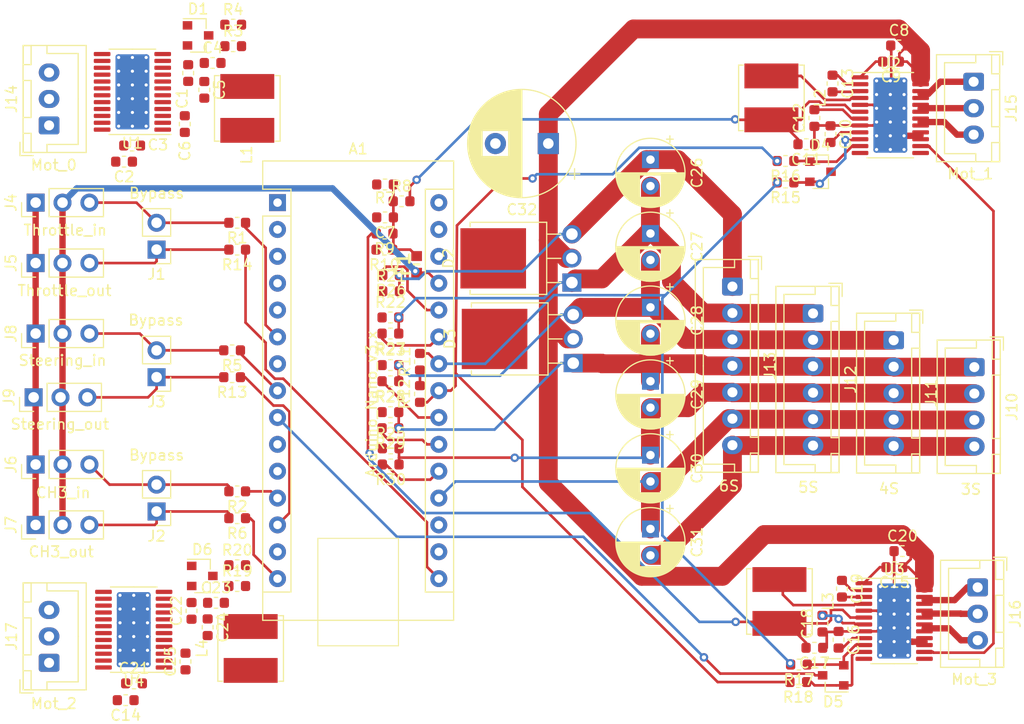
<source format=kicad_pcb>
(kicad_pcb (version 20171130) (host pcbnew 5.1.5-52549c5~86~ubuntu16.04.1)
  (layers (0 F.Cu signal) (31 B.Cu signal) (34 B.Paste user) (35 F.Paste user) (36 B.SilkS user) (37 F.SilkS user) (38 B.Mask user) (39 F.Mask user) (44 Edge.Cuts user))
  (net 0 "")
  (net 1 "Net-(A1-Pad16)")
  (net 2 "Net-(A1-Pad15)")
  (net 3 "Net-(A1-Pad30)")
  (net 4 "Net-(A1-Pad14)")
  (net 5 "Net-(A1-Pad13)")
  (net 6 "Net-(A1-Pad28)")
  (net 7 "Net-(A1-Pad12)")
  (net 8 "Net-(A1-Pad8)")
  (net 9 "Net-(A1-Pad6)")
  (net 10 "Net-(A1-Pad3)")
  (net 11 "Net-(A1-Pad18)")
  (net 12 "Net-(A1-Pad2)")
  (net 13 "Net-(A1-Pad1)")
  (net 14 "Net-(U1-Pad13)")
  (net 15 "Net-(U1-Pad12)")
  (net 16 GND)
  (net 17 +3V3)
  (net 18 SCL)
  (net 19 SDA)
  (net 20 "Net-(D1-Pad1)")
  (net 21 "Net-(D1-Pad2)")
  (net 22 +BATT)
  (net 23 EN_0)
  (net 24 "Net-(L1-Pad1)")
  (net 25 +5V_0)
  (net 26 +5V)
  (net 27 +5V_1)
  (net 28 +5V_2)
  (net 29 +5V_3)
  (net 30 "Net-(C5-Pad2)")
  (net 31 W_0)
  (net 32 V_0)
  (net 33 U_0)
  (net 34 "Net-(C3-Pad2)")
  (net 35 "Net-(C6-Pad2)")
  (net 36 "Net-(C6-Pad1)")
  (net 37 DIR)
  (net 38 Batt_5)
  (net 39 EN_3)
  (net 40 Batt_4)
  (net 41 EN_2)
  (net 42 EN_1)
  (net 43 Batt_3)
  (net 44 Batt_2)
  (net 45 Batt_1)
  (net 46 Batt_0)
  (net 47 "Net-(C1-Pad2)")
  (net 48 "Net-(C7-Pad1)")
  (net 49 Throttle_out)
  (net 50 CH3_out)
  (net 51 CH3_in)
  (net 52 Throttle_in)
  (net 53 Steering_out)
  (net 54 Steering_in)
  (net 55 Batt_5_sense)
  (net 56 Batt_4_sense)
  (net 57 Batt_3_sense)
  (net 58 Batt_2_sense)
  (net 59 Batt_1_sense)
  (net 60 "Net-(C9-Pad2)")
  (net 61 "Net-(C10-Pad2)")
  (net 62 "Net-(C12-Pad2)")
  (net 63 "Net-(C13-Pad2)")
  (net 64 "Net-(C13-Pad1)")
  (net 65 "Net-(D4-Pad2)")
  (net 66 "Net-(D4-Pad1)")
  (net 67 U_1)
  (net 68 V_1)
  (net 69 W_1)
  (net 70 "Net-(L2-Pad1)")
  (net 71 "Net-(U2-Pad13)")
  (net 72 "Net-(U2-Pad12)")
  (net 73 "Net-(C15-Pad2)")
  (net 74 "Net-(C16-Pad2)")
  (net 75 "Net-(C18-Pad2)")
  (net 76 "Net-(C19-Pad2)")
  (net 77 "Net-(C19-Pad1)")
  (net 78 "Net-(C21-Pad2)")
  (net 79 "Net-(C22-Pad2)")
  (net 80 "Net-(C24-Pad2)")
  (net 81 "Net-(C25-Pad2)")
  (net 82 "Net-(C25-Pad1)")
  (net 83 "Net-(D5-Pad2)")
  (net 84 "Net-(D5-Pad1)")
  (net 85 "Net-(D6-Pad2)")
  (net 86 "Net-(D6-Pad1)")
  (net 87 U_2)
  (net 88 V_2)
  (net 89 W_2)
  (net 90 U_3)
  (net 91 V_3)
  (net 92 W_3)
  (net 93 "Net-(L3-Pad1)")
  (net 94 "Net-(L4-Pad1)")
  (net 95 "Net-(U3-Pad13)")
  (net 96 "Net-(U3-Pad12)")
  (net 97 "Net-(U4-Pad13)")
  (net 98 "Net-(U4-Pad12)")
  (module Module:Arduino_Nano (layer F.Cu) (at 39.5605 33.655)
    (fp_text reference A1 (at 7.62 -5.08) (layer F.SilkS))
    (fp_text value Arduino_Nano_v3.x (at 8.89 19.05 90) (layer F.SilkS))
    (pad 1 thru_hole rect (at 0 0) (size 1.6 1.6) (drill 0.8) (layers *.Cu *.Mask) (net 13 "Net-(A1-Pad1)"))
    (pad 17 thru_hole oval (at 15.24 33.02) (size 1.6 1.6) (drill 0.8) (layers *.Cu *.Mask) (net 17 +3V3))
    (pad 2 thru_hole oval (at 0 2.54) (size 1.6 1.6) (drill 0.8) (layers *.Cu *.Mask) (net 12 "Net-(A1-Pad2)"))
    (pad 18 thru_hole oval (at 15.24 30.48) (size 1.6 1.6) (drill 0.8) (layers *.Cu *.Mask) (net 11 "Net-(A1-Pad18)"))
    (pad 3 thru_hole oval (at 0 5.08) (size 1.6 1.6) (drill 0.8) (layers *.Cu *.Mask) (net 10 "Net-(A1-Pad3)"))
    (pad 19 thru_hole oval (at 15.24 27.94) (size 1.6 1.6) (drill 0.8) (layers *.Cu *.Mask) (net 46 Batt_0))
    (pad 4 thru_hole oval (at 0 7.62) (size 1.6 1.6) (drill 0.8) (layers *.Cu *.Mask) (net 16 GND))
    (pad 20 thru_hole oval (at 15.24 25.4) (size 1.6 1.6) (drill 0.8) (layers *.Cu *.Mask) (net 59 Batt_1_sense))
    (pad 5 thru_hole oval (at 0 10.16) (size 1.6 1.6) (drill 0.8) (layers *.Cu *.Mask) (net 23 EN_0))
    (pad 21 thru_hole oval (at 15.24 22.86) (size 1.6 1.6) (drill 0.8) (layers *.Cu *.Mask) (net 58 Batt_2_sense))
    (pad 6 thru_hole oval (at 0 12.7) (size 1.6 1.6) (drill 0.8) (layers *.Cu *.Mask) (net 9 "Net-(A1-Pad6)"))
    (pad 22 thru_hole oval (at 15.24 20.32) (size 1.6 1.6) (drill 0.8) (layers *.Cu *.Mask) (net 57 Batt_3_sense))
    (pad 7 thru_hole oval (at 0 15.24) (size 1.6 1.6) (drill 0.8) (layers *.Cu *.Mask) (net 42 EN_1))
    (pad 23 thru_hole oval (at 15.24 17.78) (size 1.6 1.6) (drill 0.8) (layers *.Cu *.Mask) (net 19 SDA))
    (pad 8 thru_hole oval (at 0 17.78) (size 1.6 1.6) (drill 0.8) (layers *.Cu *.Mask) (net 8 "Net-(A1-Pad8)"))
    (pad 24 thru_hole oval (at 15.24 15.24) (size 1.6 1.6) (drill 0.8) (layers *.Cu *.Mask) (net 18 SCL))
    (pad 9 thru_hole oval (at 0 20.32) (size 1.6 1.6) (drill 0.8) (layers *.Cu *.Mask) (net 41 EN_2))
    (pad 25 thru_hole oval (at 15.24 12.7) (size 1.6 1.6) (drill 0.8) (layers *.Cu *.Mask) (net 56 Batt_4_sense))
    (pad 10 thru_hole oval (at 0 22.86) (size 1.6 1.6) (drill 0.8) (layers *.Cu *.Mask) (net 39 EN_3))
    (pad 26 thru_hole oval (at 15.24 10.16) (size 1.6 1.6) (drill 0.8) (layers *.Cu *.Mask) (net 55 Batt_5_sense))
    (pad 11 thru_hole oval (at 0 25.4) (size 1.6 1.6) (drill 0.8) (layers *.Cu *.Mask) (net 37 DIR))
    (pad 27 thru_hole oval (at 15.24 7.62) (size 1.6 1.6) (drill 0.8) (layers *.Cu *.Mask) (net 26 +5V))
    (pad 12 thru_hole oval (at 0 27.94) (size 1.6 1.6) (drill 0.8) (layers *.Cu *.Mask) (net 7 "Net-(A1-Pad12)"))
    (pad 28 thru_hole oval (at 15.24 5.08) (size 1.6 1.6) (drill 0.8) (layers *.Cu *.Mask) (net 6 "Net-(A1-Pad28)"))
    (pad 13 thru_hole oval (at 0 30.48) (size 1.6 1.6) (drill 0.8) (layers *.Cu *.Mask) (net 5 "Net-(A1-Pad13)"))
    (pad 29 thru_hole oval (at 15.24 2.54) (size 1.6 1.6) (drill 0.8) (layers *.Cu *.Mask) (net 16 GND))
    (pad 14 thru_hole oval (at 0 33.02) (size 1.6 1.6) (drill 0.8) (layers *.Cu *.Mask) (net 4 "Net-(A1-Pad14)"))
    (pad 30 thru_hole oval (at 15.24 0) (size 1.6 1.6) (drill 0.8) (layers *.Cu *.Mask) (net 3 "Net-(A1-Pad30)"))
    (pad 15 thru_hole oval (at 0 35.56) (size 1.6 1.6) (drill 0.8) (layers *.Cu *.Mask) (net 2 "Net-(A1-Pad15)"))
    (pad 16 thru_hole oval (at 15.24 35.56) (size 1.6 1.6) (drill 0.8) (layers *.Cu *.Mask) (net 1 "Net-(A1-Pad16)"))
  )
  (module Resistor_SMD:R_0603_1608Metric (layer F.Cu) (at 49.6824 36.576 180)
    (fp_text reference R9 (at 0 -1.43) (layer F.SilkS))
    (fp_text value 10)
    (pad 2 smd roundrect (at 0.7875 0 180) (size 0.875 0.95) (layers F.Cu F.Paste F.Mask) (net 28 +5V_2))
    (pad 1 smd roundrect (at -0.7875 0 180) (size 0.875 0.95) (layers F.Cu F.Paste F.Mask) (net 48 "Net-(C7-Pad1)"))
  )
  (module Capacitor_THT:CP_Radial_D10.0mm_P5.00mm (layer F.Cu) (at 65.151 28.067 180)
    (fp_text reference C32 (at 2.5 -6.25) (layer F.SilkS))
    (fp_text value 1000uF)
    (pad 2 thru_hole circle (at 5 0 180) (size 2 2) (drill 1) (layers *.Cu *.Mask) (net 16 GND))
    (pad 1 thru_hole rect (at 0 0 180) (size 2 2) (drill 1) (layers *.Cu *.Mask) (net 22 +BATT))
  )
  (module Capacitor_THT:CP_Radial_D6.3mm_P2.50mm (layer F.Cu) (at 74.803 64.516 270)
    (fp_text reference C31 (at 1.25 -4.4 90) (layer F.SilkS))
    (fp_text value 1000uF)
    (pad 1 thru_hole rect (at 0 0 270) (size 1.6 1.6) (drill 0.8) (layers *.Cu *.Mask) (net 46 Batt_0))
    (pad 2 thru_hole circle (at 2.5 0 270) (size 1.6 1.6) (drill 0.8) (layers *.Cu *.Mask) (net 16 GND))
  )
  (module Capacitor_THT:CP_Radial_D6.3mm_P2.50mm (layer F.Cu) (at 74.803 57.531 270)
    (fp_text reference C30 (at 1.25 -4.4 90) (layer F.SilkS))
    (fp_text value 1000uF)
    (pad 1 thru_hole rect (at 0 0 270) (size 1.6 1.6) (drill 0.8) (layers *.Cu *.Mask) (net 45 Batt_1))
    (pad 2 thru_hole circle (at 2.5 0 270) (size 1.6 1.6) (drill 0.8) (layers *.Cu *.Mask) (net 46 Batt_0))
  )
  (module Capacitor_THT:CP_Radial_D6.3mm_P2.50mm (layer F.Cu) (at 74.803 50.546 270)
    (fp_text reference C29 (at 1.25 -4.4 90) (layer F.SilkS))
    (fp_text value 1000uF)
    (pad 1 thru_hole rect (at 0 0 270) (size 1.6 1.6) (drill 0.8) (layers *.Cu *.Mask) (net 44 Batt_2))
    (pad 2 thru_hole circle (at 2.5 0 270) (size 1.6 1.6) (drill 0.8) (layers *.Cu *.Mask) (net 45 Batt_1))
  )
  (module Capacitor_THT:CP_Radial_D6.3mm_P2.50mm (layer F.Cu) (at 74.803 43.561 270)
    (fp_text reference C28 (at 1.25 -4.4 90) (layer F.SilkS))
    (fp_text value 1000uF)
    (pad 1 thru_hole rect (at 0 0 270) (size 1.6 1.6) (drill 0.8) (layers *.Cu *.Mask) (net 43 Batt_3))
    (pad 2 thru_hole circle (at 2.5 0 270) (size 1.6 1.6) (drill 0.8) (layers *.Cu *.Mask) (net 44 Batt_2))
  )
  (module Capacitor_THT:CP_Radial_D6.3mm_P2.50mm (layer F.Cu) (at 74.803 36.576 270)
    (fp_text reference C27 (at 1.25 -4.4 90) (layer F.SilkS))
    (fp_text value 1000uF)
    (pad 1 thru_hole rect (at 0 0 270) (size 1.6 1.6) (drill 0.8) (layers *.Cu *.Mask) (net 40 Batt_4))
    (pad 2 thru_hole circle (at 2.5 0 270) (size 1.6 1.6) (drill 0.8) (layers *.Cu *.Mask) (net 43 Batt_3))
  )
  (module Capacitor_THT:CP_Radial_D6.3mm_P2.50mm (layer F.Cu) (at 74.803 29.591 270)
    (fp_text reference C26 (at 1.25 -4.4 90) (layer F.SilkS))
    (fp_text value 1000uF)
    (pad 1 thru_hole rect (at 0 0 270) (size 1.6 1.6) (drill 0.8) (layers *.Cu *.Mask) (net 38 Batt_5))
    (pad 2 thru_hole circle (at 2.5 0 270) (size 1.6 1.6) (drill 0.8) (layers *.Cu *.Mask) (net 40 Batt_4))
  )
  (module Fuse:FUSC1607X85N (layer F.Cu) (at 52.705 39.497 90)
    (fp_text reference F1 (at 0 -1.27 90) (layer F.SilkS) (effects (font (size 1.27 1.27) (thickness 0.254))))
    (fp_text value 370mA hide)
    (pad 2 smd rect (at 0.79 0 90) (size 0.94 1.01) (layers F.Cu F.Paste F.Mask) (net 48 "Net-(C7-Pad1)"))
    (pad 1 smd rect (at -0.79 0 90) (size 0.94 1.01) (layers F.Cu F.Paste F.Mask) (net 26 +5V))
  )
  (module Resistor_SMD:R_0603_1608Metric (layer F.Cu) (at 50.254 58.42 180)
    (fp_text reference R30 (at 0 -1.43) (layer F.SilkS))
    (fp_text value 560k)
    (pad 2 smd roundrect (at 0.7875 0 180) (size 0.875 0.95) (layers F.Cu F.Paste F.Mask) (net 59 Batt_1_sense))
    (pad 1 smd roundrect (at -0.7875 0 180) (size 0.875 0.95) (layers F.Cu F.Paste F.Mask) (net 45 Batt_1))
  )
  (module Resistor_SMD:R_0603_1608Metric (layer F.Cu) (at 50.2285 54.991 180)
    (fp_text reference R29 (at 0 -1.43) (layer F.SilkS))
    (fp_text value 560k)
    (pad 2 smd roundrect (at 0.7875 0 180) (size 0.875 0.95) (layers F.Cu F.Paste F.Mask) (net 58 Batt_2_sense))
    (pad 1 smd roundrect (at -0.7875 0 180) (size 0.875 0.95) (layers F.Cu F.Paste F.Mask) (net 44 Batt_2))
  )
  (module Resistor_SMD:R_0603_1608Metric (layer F.Cu) (at 50.2285 50.546 180)
    (fp_text reference R28 (at 0 -1.43) (layer F.SilkS))
    (fp_text value 560k)
    (pad 2 smd roundrect (at 0.7875 0 180) (size 0.875 0.95) (layers F.Cu F.Paste F.Mask) (net 57 Batt_3_sense))
    (pad 1 smd roundrect (at -0.7875 0 180) (size 0.875 0.95) (layers F.Cu F.Paste F.Mask) (net 43 Batt_3))
  )
  (module Resistor_SMD:R_0603_1608Metric (layer F.Cu) (at 50.2285 46.0375 180)
    (fp_text reference R27 (at 0 -1.43) (layer F.SilkS))
    (fp_text value 560k)
    (pad 2 smd roundrect (at 0.7875 0 180) (size 0.875 0.95) (layers F.Cu F.Paste F.Mask) (net 56 Batt_4_sense))
    (pad 1 smd roundrect (at -0.7875 0 180) (size 0.875 0.95) (layers F.Cu F.Paste F.Mask) (net 40 Batt_4))
  )
  (module Resistor_SMD:R_0603_1608Metric (layer F.Cu) (at 50.292 40.513 180)
    (fp_text reference R26 (at 0 -1.43) (layer F.SilkS))
    (fp_text value 560k)
    (pad 2 smd roundrect (at 0.7875 0 180) (size 0.875 0.95) (layers F.Cu F.Paste F.Mask) (net 55 Batt_5_sense))
    (pad 1 smd roundrect (at -0.7875 0 180) (size 0.875 0.95) (layers F.Cu F.Paste F.Mask) (net 38 Batt_5))
  )
  (module Resistor_SMD:R_0603_1608Metric (layer F.Cu) (at 50.254 56.896)
    (fp_text reference R25 (at 0 -1.43) (layer F.SilkS))
    (fp_text value 470k)
    (pad 2 smd roundrect (at 0.7875 0) (size 0.875 0.95) (layers F.Cu F.Paste F.Mask) (net 45 Batt_1))
    (pad 1 smd roundrect (at -0.7875 0) (size 0.875 0.95) (layers F.Cu F.Paste F.Mask) (net 16 GND))
  )
  (module Resistor_SMD:R_0603_1608Metric (layer F.Cu) (at 50.2285 53.467)
    (fp_text reference R24 (at 0 -1.43) (layer F.SilkS))
    (fp_text value 330k)
    (pad 2 smd roundrect (at 0.7875 0) (size 0.875 0.95) (layers F.Cu F.Paste F.Mask) (net 44 Batt_2))
    (pad 1 smd roundrect (at -0.7875 0) (size 0.875 0.95) (layers F.Cu F.Paste F.Mask) (net 16 GND))
  )
  (module Resistor_SMD:R_0603_1608Metric (layer F.Cu) (at 50.2285 49.022)
    (fp_text reference R23 (at 0 -1.43) (layer F.SilkS))
    (fp_text value 180k)
    (pad 2 smd roundrect (at 0.7875 0) (size 0.875 0.95) (layers F.Cu F.Paste F.Mask) (net 43 Batt_3))
    (pad 1 smd roundrect (at -0.7875 0) (size 0.875 0.95) (layers F.Cu F.Paste F.Mask) (net 16 GND))
  )
  (module Resistor_SMD:R_0603_1608Metric (layer F.Cu) (at 50.2285 44.5135)
    (fp_text reference R22 (at 0 -1.43) (layer F.SilkS))
    (fp_text value 150k)
    (pad 2 smd roundrect (at 0.7875 0) (size 0.875 0.95) (layers F.Cu F.Paste F.Mask) (net 40 Batt_4))
    (pad 1 smd roundrect (at -0.7875 0) (size 0.875 0.95) (layers F.Cu F.Paste F.Mask) (net 16 GND))
  )
  (module Resistor_SMD:R_0603_1608Metric (layer F.Cu) (at 50.292 42.037)
    (fp_text reference R21 (at 0 -1.43) (layer F.SilkS))
    (fp_text value 100k)
    (pad 2 smd roundrect (at 0.7875 0) (size 0.875 0.95) (layers F.Cu F.Paste F.Mask) (net 38 Batt_5))
    (pad 1 smd roundrect (at -0.7875 0) (size 0.875 0.95) (layers F.Cu F.Paste F.Mask) (net 16 GND))
  )
  (module Package_SO:HTSSOP-24-1EP_4.4x7.8mm_P0.65mm_EP3.4x7.8mm_Mask2.4x4.68mm_ThermalVias (layer F.Cu) (at 25.9715 74.041 180)
    (fp_text reference U4 (at 0 -4.85) (layer F.SilkS))
    (fp_text value DRV10983)
    (pad 25 smd roundrect (at 0 0 180) (size 2.4 4.68) (layers F.Cu) (roundrect_rratio 0.104167) (net 16 GND))
    (pad 25 thru_hole circle (at -1.3 -3.25 180) (size 0.6 0.6) (drill 0.3) (layers *.Cu) (net 16 GND))
    (pad 25 thru_hole circle (at 0 -3.25 180) (size 0.6 0.6) (drill 0.3) (layers *.Cu) (net 16 GND))
    (pad 25 thru_hole circle (at 1.3 -3.25 180) (size 0.6 0.6) (drill 0.3) (layers *.Cu) (net 16 GND))
    (pad 25 thru_hole circle (at -1.3 -1.95 180) (size 0.6 0.6) (drill 0.3) (layers *.Cu) (net 16 GND))
    (pad 25 thru_hole circle (at 0 -1.95 180) (size 0.6 0.6) (drill 0.3) (layers *.Cu) (net 16 GND))
    (pad 25 thru_hole circle (at 1.3 -1.95 180) (size 0.6 0.6) (drill 0.3) (layers *.Cu) (net 16 GND))
    (pad 25 thru_hole circle (at -1.3 -0.65 180) (size 0.6 0.6) (drill 0.3) (layers *.Cu) (net 16 GND))
    (pad 25 thru_hole circle (at 0 -0.65 180) (size 0.6 0.6) (drill 0.3) (layers *.Cu) (net 16 GND))
    (pad 25 thru_hole circle (at 1.3 -0.65 180) (size 0.6 0.6) (drill 0.3) (layers *.Cu) (net 16 GND))
    (pad 25 thru_hole circle (at -1.3 0.65 180) (size 0.6 0.6) (drill 0.3) (layers *.Cu) (net 16 GND))
    (pad 25 thru_hole circle (at 0 0.65 180) (size 0.6 0.6) (drill 0.3) (layers *.Cu) (net 16 GND))
    (pad 25 thru_hole circle (at 1.3 0.65 180) (size 0.6 0.6) (drill 0.3) (layers *.Cu) (net 16 GND))
    (pad 25 thru_hole circle (at -1.3 1.95 180) (size 0.6 0.6) (drill 0.3) (layers *.Cu) (net 16 GND))
    (pad 25 thru_hole circle (at 0 1.95 180) (size 0.6 0.6) (drill 0.3) (layers *.Cu) (net 16 GND))
    (pad 25 thru_hole circle (at 1.3 1.95 180) (size 0.6 0.6) (drill 0.3) (layers *.Cu) (net 16 GND))
    (pad 25 thru_hole circle (at -1.3 3.25 180) (size 0.6 0.6) (drill 0.3) (layers *.Cu) (net 16 GND))
    (pad 25 thru_hole circle (at 0 3.25 180) (size 0.6 0.6) (drill 0.3) (layers *.Cu) (net 16 GND))
    (pad 25 thru_hole circle (at 1.3 3.25 180) (size 0.6 0.6) (drill 0.3) (layers *.Cu) (net 16 GND))
    (pad 25 smd roundrect (at 0 0 180) (size 3.2 7.1) (layers B.Cu) (roundrect_rratio 0.078125) (net 16 GND))
    (pad 1 smd roundrect (at -2.8625 -3.575 180) (size 1.575 0.4) (layers F.Cu F.Paste F.Mask) (net 78 "Net-(C21-Pad2)"))
    (pad 2 smd roundrect (at -2.8625 -2.925 180) (size 1.575 0.4) (layers F.Cu F.Paste F.Mask) (net 82 "Net-(C25-Pad1)"))
    (pad 3 smd roundrect (at -2.8625 -2.275 180) (size 1.575 0.4) (layers F.Cu F.Paste F.Mask) (net 81 "Net-(C25-Pad2)"))
    (pad 4 smd roundrect (at -2.8625 -1.625 180) (size 1.575 0.4) (layers F.Cu F.Paste F.Mask) (net 94 "Net-(L4-Pad1)"))
    (pad 5 smd roundrect (at -2.8625 -0.975 180) (size 1.575 0.4) (layers F.Cu F.Paste F.Mask) (net 16 GND))
    (pad 6 smd roundrect (at -2.8625 -0.325 180) (size 1.575 0.4) (layers F.Cu F.Paste F.Mask) (net 29 +5V_3))
    (pad 7 smd roundrect (at -2.8625 0.325 180) (size 1.575 0.4) (layers F.Cu F.Paste F.Mask) (net 80 "Net-(C24-Pad2)"))
    (pad 8 smd roundrect (at -2.8625 0.975 180) (size 1.575 0.4) (layers F.Cu F.Paste F.Mask) (net 16 GND))
    (pad 9 smd roundrect (at -2.8625 1.625 180) (size 1.575 0.4) (layers F.Cu F.Paste F.Mask) (net 79 "Net-(C22-Pad2)"))
    (pad 10 smd roundrect (at -2.8625 2.275 180) (size 1.575 0.4) (layers F.Cu F.Paste F.Mask) (net 85 "Net-(D6-Pad2)"))
    (pad 11 smd roundrect (at -2.8625 2.925 180) (size 1.575 0.4) (layers F.Cu F.Paste F.Mask) (net 86 "Net-(D6-Pad1)"))
    (pad 12 smd roundrect (at -2.8625 3.575 180) (size 1.575 0.4) (layers F.Cu F.Paste F.Mask) (net 98 "Net-(U4-Pad12)"))
    (pad 13 smd roundrect (at 2.8625 3.575 180) (size 1.575 0.4) (layers F.Cu F.Paste F.Mask) (net 97 "Net-(U4-Pad13)"))
    (pad 14 smd roundrect (at 2.8625 2.925 180) (size 1.575 0.4) (layers F.Cu F.Paste F.Mask) (net 37 DIR))
    (pad 15 smd roundrect (at 2.8625 2.275 180) (size 1.575 0.4) (layers F.Cu F.Paste F.Mask) (net 16 GND))
    (pad 16 smd roundrect (at 2.8625 1.625 180) (size 1.575 0.4) (layers F.Cu F.Paste F.Mask) (net 16 GND))
    (pad 17 smd roundrect (at 2.8625 0.975 180) (size 1.575 0.4) (layers F.Cu F.Paste F.Mask) (net 90 U_3))
    (pad 18 smd roundrect (at 2.8625 0.325 180) (size 1.575 0.4) (layers F.Cu F.Paste F.Mask) (net 90 U_3))
    (pad 19 smd roundrect (at 2.8625 -0.325 180) (size 1.575 0.4) (layers F.Cu F.Paste F.Mask) (net 91 V_3))
    (pad 20 smd roundrect (at 2.8625 -0.975 180) (size 1.575 0.4) (layers F.Cu F.Paste F.Mask) (net 91 V_3))
    (pad 21 smd roundrect (at 2.8625 -1.625 180) (size 1.575 0.4) (layers F.Cu F.Paste F.Mask) (net 92 W_3))
    (pad 22 smd roundrect (at 2.8625 -2.275 180) (size 1.575 0.4) (layers F.Cu F.Paste F.Mask) (net 92 W_3))
    (pad 23 smd roundrect (at 2.8625 -2.925 180) (size 1.575 0.4) (layers F.Cu F.Paste F.Mask) (net 22 +BATT))
    (pad 24 smd roundrect (at 2.8625 -3.575 180) (size 1.575 0.4) (layers F.Cu F.Paste F.Mask) (net 22 +BATT))
  )
  (module Package_SO:HTSSOP-24-1EP_4.4x7.8mm_P0.65mm_EP3.4x7.8mm_Mask2.4x4.68mm_ThermalVias (layer F.Cu) (at 97.834 73.2215)
    (fp_text reference U3 (at 0 -4.85) (layer F.SilkS))
    (fp_text value DRV10983)
    (pad 25 smd roundrect (at 0 0) (size 2.4 4.68) (layers F.Cu) (roundrect_rratio 0.104167) (net 16 GND))
    (pad 25 thru_hole circle (at -1.3 -3.25) (size 0.6 0.6) (drill 0.3) (layers *.Cu) (net 16 GND))
    (pad 25 thru_hole circle (at 0 -3.25) (size 0.6 0.6) (drill 0.3) (layers *.Cu) (net 16 GND))
    (pad 25 thru_hole circle (at 1.3 -3.25) (size 0.6 0.6) (drill 0.3) (layers *.Cu) (net 16 GND))
    (pad 25 thru_hole circle (at -1.3 -1.95) (size 0.6 0.6) (drill 0.3) (layers *.Cu) (net 16 GND))
    (pad 25 thru_hole circle (at 0 -1.95) (size 0.6 0.6) (drill 0.3) (layers *.Cu) (net 16 GND))
    (pad 25 thru_hole circle (at 1.3 -1.95) (size 0.6 0.6) (drill 0.3) (layers *.Cu) (net 16 GND))
    (pad 25 thru_hole circle (at -1.3 -0.65) (size 0.6 0.6) (drill 0.3) (layers *.Cu) (net 16 GND))
    (pad 25 thru_hole circle (at 0 -0.65) (size 0.6 0.6) (drill 0.3) (layers *.Cu) (net 16 GND))
    (pad 25 thru_hole circle (at 1.3 -0.65) (size 0.6 0.6) (drill 0.3) (layers *.Cu) (net 16 GND))
    (pad 25 thru_hole circle (at -1.3 0.65) (size 0.6 0.6) (drill 0.3) (layers *.Cu) (net 16 GND))
    (pad 25 thru_hole circle (at 0 0.65) (size 0.6 0.6) (drill 0.3) (layers *.Cu) (net 16 GND))
    (pad 25 thru_hole circle (at 1.3 0.65) (size 0.6 0.6) (drill 0.3) (layers *.Cu) (net 16 GND))
    (pad 25 thru_hole circle (at -1.3 1.95) (size 0.6 0.6) (drill 0.3) (layers *.Cu) (net 16 GND))
    (pad 25 thru_hole circle (at 0 1.95) (size 0.6 0.6) (drill 0.3) (layers *.Cu) (net 16 GND))
    (pad 25 thru_hole circle (at 1.3 1.95) (size 0.6 0.6) (drill 0.3) (layers *.Cu) (net 16 GND))
    (pad 25 thru_hole circle (at -1.3 3.25) (size 0.6 0.6) (drill 0.3) (layers *.Cu) (net 16 GND))
    (pad 25 thru_hole circle (at 0 3.25) (size 0.6 0.6) (drill 0.3) (layers *.Cu) (net 16 GND))
    (pad 25 thru_hole circle (at 1.3 3.25) (size 0.6 0.6) (drill 0.3) (layers *.Cu) (net 16 GND))
    (pad 25 smd roundrect (at 0 0) (size 3.2 7.1) (layers B.Cu) (roundrect_rratio 0.078125) (net 16 GND))
    (pad 1 smd roundrect (at -2.8625 -3.575) (size 1.575 0.4) (layers F.Cu F.Paste F.Mask) (net 73 "Net-(C15-Pad2)"))
    (pad 2 smd roundrect (at -2.8625 -2.925) (size 1.575 0.4) (layers F.Cu F.Paste F.Mask) (net 77 "Net-(C19-Pad1)"))
    (pad 3 smd roundrect (at -2.8625 -2.275) (size 1.575 0.4) (layers F.Cu F.Paste F.Mask) (net 76 "Net-(C19-Pad2)"))
    (pad 4 smd roundrect (at -2.8625 -1.625) (size 1.575 0.4) (layers F.Cu F.Paste F.Mask) (net 93 "Net-(L3-Pad1)"))
    (pad 5 smd roundrect (at -2.8625 -0.975) (size 1.575 0.4) (layers F.Cu F.Paste F.Mask) (net 16 GND))
    (pad 6 smd roundrect (at -2.8625 -0.325) (size 1.575 0.4) (layers F.Cu F.Paste F.Mask) (net 28 +5V_2))
    (pad 7 smd roundrect (at -2.8625 0.325) (size 1.575 0.4) (layers F.Cu F.Paste F.Mask) (net 75 "Net-(C18-Pad2)"))
    (pad 8 smd roundrect (at -2.8625 0.975) (size 1.575 0.4) (layers F.Cu F.Paste F.Mask) (net 16 GND))
    (pad 9 smd roundrect (at -2.8625 1.625) (size 1.575 0.4) (layers F.Cu F.Paste F.Mask) (net 74 "Net-(C16-Pad2)"))
    (pad 10 smd roundrect (at -2.8625 2.275) (size 1.575 0.4) (layers F.Cu F.Paste F.Mask) (net 83 "Net-(D5-Pad2)"))
    (pad 11 smd roundrect (at -2.8625 2.925) (size 1.575 0.4) (layers F.Cu F.Paste F.Mask) (net 84 "Net-(D5-Pad1)"))
    (pad 12 smd roundrect (at -2.8625 3.575) (size 1.575 0.4) (layers F.Cu F.Paste F.Mask) (net 96 "Net-(U3-Pad12)"))
    (pad 13 smd roundrect (at 2.8625 3.575) (size 1.575 0.4) (layers F.Cu F.Paste F.Mask) (net 95 "Net-(U3-Pad13)"))
    (pad 14 smd roundrect (at 2.8625 2.925) (size 1.575 0.4) (layers F.Cu F.Paste F.Mask) (net 37 DIR))
    (pad 15 smd roundrect (at 2.8625 2.275) (size 1.575 0.4) (layers F.Cu F.Paste F.Mask) (net 16 GND))
    (pad 16 smd roundrect (at 2.8625 1.625) (size 1.575 0.4) (layers F.Cu F.Paste F.Mask) (net 16 GND))
    (pad 17 smd roundrect (at 2.8625 0.975) (size 1.575 0.4) (layers F.Cu F.Paste F.Mask) (net 87 U_2))
    (pad 18 smd roundrect (at 2.8625 0.325) (size 1.575 0.4) (layers F.Cu F.Paste F.Mask) (net 87 U_2))
    (pad 19 smd roundrect (at 2.8625 -0.325) (size 1.575 0.4) (layers F.Cu F.Paste F.Mask) (net 88 V_2))
    (pad 20 smd roundrect (at 2.8625 -0.975) (size 1.575 0.4) (layers F.Cu F.Paste F.Mask) (net 88 V_2))
    (pad 21 smd roundrect (at 2.8625 -1.625) (size 1.575 0.4) (layers F.Cu F.Paste F.Mask) (net 89 W_2))
    (pad 22 smd roundrect (at 2.8625 -2.275) (size 1.575 0.4) (layers F.Cu F.Paste F.Mask) (net 89 W_2))
    (pad 23 smd roundrect (at 2.8625 -2.925) (size 1.575 0.4) (layers F.Cu F.Paste F.Mask) (net 22 +BATT))
    (pad 24 smd roundrect (at 2.8625 -3.575) (size 1.575 0.4) (layers F.Cu F.Paste F.Mask) (net 22 +BATT))
  )
  (module Resistor_SMD:R_0603_1608Metric (layer F.Cu) (at 35.7505 67.945)
    (fp_text reference R20 (at 0 -1.43) (layer F.SilkS))
    (fp_text value 10k)
    (pad 2 smd roundrect (at 0.7875 0) (size 0.875 0.95) (layers F.Cu F.Paste F.Mask) (net 19 SDA))
    (pad 1 smd roundrect (at -0.7875 0) (size 0.875 0.95) (layers F.Cu F.Paste F.Mask) (net 86 "Net-(D6-Pad1)"))
  )
  (module Resistor_SMD:R_0603_1608Metric (layer F.Cu) (at 35.7505 69.9135)
    (fp_text reference R19 (at 0 -1.43) (layer F.SilkS))
    (fp_text value 10k)
    (pad 2 smd roundrect (at 0.7875 0) (size 0.875 0.95) (layers F.Cu F.Paste F.Mask) (net 18 SCL))
    (pad 1 smd roundrect (at -0.7875 0) (size 0.875 0.95) (layers F.Cu F.Paste F.Mask) (net 85 "Net-(D6-Pad2)"))
  )
  (module Resistor_SMD:R_0603_1608Metric (layer F.Cu) (at 88.773 78.994 180)
    (fp_text reference R18 (at 0 -1.43) (layer F.SilkS))
    (fp_text value 10k)
    (pad 2 smd roundrect (at 0.7875 0 180) (size 0.875 0.95) (layers F.Cu F.Paste F.Mask) (net 19 SDA))
    (pad 1 smd roundrect (at -0.7875 0 180) (size 0.875 0.95) (layers F.Cu F.Paste F.Mask) (net 84 "Net-(D5-Pad1)"))
  )
  (module Resistor_SMD:R_0603_1608Metric (layer F.Cu) (at 88.8365 77.343 180)
    (fp_text reference R17 (at 0 -1.43) (layer F.SilkS))
    (fp_text value 10k)
    (pad 2 smd roundrect (at 0.7875 0 180) (size 0.875 0.95) (layers F.Cu F.Paste F.Mask) (net 18 SCL))
    (pad 1 smd roundrect (at -0.7875 0 180) (size 0.875 0.95) (layers F.Cu F.Paste F.Mask) (net 83 "Net-(D5-Pad2)"))
  )
  (module Inductor_SMD:L_Bourns_SRN6045TA (layer F.Cu) (at 37.0205 75.819 90)
    (fp_text reference L4 (at 0 -4.6 90) (layer F.SilkS))
    (fp_text value "47 uH")
    (pad 2 smd rect (at 2.075 0 90) (size 2.35 5.1) (layers F.Cu F.Paste F.Mask) (net 29 +5V_3))
    (pad 1 smd rect (at -2.075 0 90) (size 2.35 5.1) (layers F.Cu F.Paste F.Mask) (net 94 "Net-(L4-Pad1)"))
  )
  (module Inductor_SMD:L_Bourns_SRN6045TA (layer F.Cu) (at 86.995 71.374 270)
    (fp_text reference L3 (at 0 -4.6 90) (layer F.SilkS))
    (fp_text value "47 uH")
    (pad 2 smd rect (at 2.075 0 270) (size 2.35 5.1) (layers F.Cu F.Paste F.Mask) (net 28 +5V_2))
    (pad 1 smd rect (at -2.075 0 270) (size 2.35 5.1) (layers F.Cu F.Paste F.Mask) (net 93 "Net-(L3-Pad1)"))
  )
  (module Connector_JST:JST_XH_B3B-XH-A_1x03_P2.50mm_Vertical (layer F.Cu) (at 17.9705 77.176 90)
    (fp_text reference J17 (at 2.5 -3.55 90) (layer F.SilkS))
    (fp_text value Mot_2 (at -3.85 0.4445 180) (layer F.SilkS))
    (pad 3 thru_hole oval (at 5 0 90) (size 1.7 1.95) (drill 0.95) (layers *.Cu *.Mask) (net 90 U_3))
    (pad 2 thru_hole oval (at 2.5 0 90) (size 1.7 1.95) (drill 0.95) (layers *.Cu *.Mask) (net 91 V_3))
    (pad 1 thru_hole roundrect (at 0 0 90) (size 1.7 1.95) (drill 0.95) (layers *.Cu *.Mask) (roundrect_rratio 0.147059) (net 92 W_3))
  )
  (module Connector_JST:JST_XH_B3B-XH-A_1x03_P2.50mm_Vertical (layer F.Cu) (at 105.7275 70.0405 270)
    (fp_text reference J16 (at 2.5 -3.55 90) (layer F.SilkS))
    (fp_text value Mot_3 (at 8.6995 0.3175 180) (layer F.SilkS))
    (pad 3 thru_hole oval (at 5 0 270) (size 1.7 1.95) (drill 0.95) (layers *.Cu *.Mask) (net 87 U_2))
    (pad 2 thru_hole oval (at 2.5 0 270) (size 1.7 1.95) (drill 0.95) (layers *.Cu *.Mask) (net 88 V_2))
    (pad 1 thru_hole roundrect (at 0 0 270) (size 1.7 1.95) (drill 0.95) (layers *.Cu *.Mask) (roundrect_rratio 0.147059) (net 89 W_2))
  )
  (module Package_TO_SOT_SMD:SOT-23 (layer F.Cu) (at 32.4485 68.961)
    (fp_text reference D6 (at 0 -2.5) (layer F.SilkS))
    (fp_text value BAW56LT3G)
    (pad 3 smd rect (at 1 0) (size 0.9 0.8) (layers F.Cu F.Paste F.Mask) (net 39 EN_3))
    (pad 2 smd rect (at -1 0.95) (size 0.9 0.8) (layers F.Cu F.Paste F.Mask) (net 85 "Net-(D6-Pad2)"))
    (pad 1 smd rect (at -1 -0.95) (size 0.9 0.8) (layers F.Cu F.Paste F.Mask) (net 86 "Net-(D6-Pad1)"))
  )
  (module Package_TO_SOT_SMD:SOT-23 (layer F.Cu) (at 92.075 78.359 180)
    (fp_text reference D5 (at 0 -2.5) (layer F.SilkS))
    (fp_text value BAW56LT3G)
    (pad 3 smd rect (at 1 0 180) (size 0.9 0.8) (layers F.Cu F.Paste F.Mask) (net 41 EN_2))
    (pad 2 smd rect (at -1 0.95 180) (size 0.9 0.8) (layers F.Cu F.Paste F.Mask) (net 83 "Net-(D5-Pad2)"))
    (pad 1 smd rect (at -1 -0.95 180) (size 0.9 0.8) (layers F.Cu F.Paste F.Mask) (net 84 "Net-(D5-Pad1)"))
  )
  (module Capacitor_SMD:C_0603_1608Metric (layer F.Cu) (at 30.861 77.051 90)
    (fp_text reference C25 (at 0 -1.43 90) (layer F.SilkS))
    (fp_text value 10nF)
    (pad 2 smd roundrect (at 0.7875 0 90) (size 0.875 0.95) (layers F.Cu F.Paste F.Mask) (net 81 "Net-(C25-Pad2)"))
    (pad 1 smd roundrect (at -0.7875 0 90) (size 0.875 0.95) (layers F.Cu F.Paste F.Mask) (net 82 "Net-(C25-Pad1)"))
  )
  (module Capacitor_SMD:C_0603_1608Metric (layer F.Cu) (at 32.9565 73.8125 270)
    (fp_text reference C24 (at 0 -1.43 90) (layer F.SilkS))
    (fp_text value 1uF)
    (pad 2 smd roundrect (at 0.7875 0 270) (size 0.875 0.95) (layers F.Cu F.Paste F.Mask) (net 80 "Net-(C24-Pad2)"))
    (pad 1 smd roundrect (at -0.7875 0 270) (size 0.875 0.95) (layers F.Cu F.Paste F.Mask) (net 16 GND))
  )
  (module Capacitor_SMD:C_0603_1608Metric (layer F.Cu) (at 33.744 71.501)
    (fp_text reference C23 (at 0 -1.43) (layer F.SilkS))
    (fp_text value 10uF)
    (pad 2 smd roundrect (at 0.7875 0) (size 0.875 0.95) (layers F.Cu F.Paste F.Mask) (net 29 +5V_3))
    (pad 1 smd roundrect (at -0.7875 0) (size 0.875 0.95) (layers F.Cu F.Paste F.Mask) (net 16 GND))
  )
  (module Capacitor_SMD:C_0603_1608Metric (layer F.Cu) (at 31.4325 72.263 90)
    (fp_text reference C22 (at 0 -1.43 90) (layer F.SilkS))
    (fp_text value 1uF)
    (pad 2 smd roundrect (at 0.7875 0 90) (size 0.875 0.95) (layers F.Cu F.Paste F.Mask) (net 79 "Net-(C22-Pad2)"))
    (pad 1 smd roundrect (at -0.7875 0 90) (size 0.875 0.95) (layers F.Cu F.Paste F.Mask) (net 16 GND))
  )
  (module Capacitor_SMD:C_0603_1608Metric (layer F.Cu) (at 25.997 79.121)
    (fp_text reference C21 (at 0 -1.43) (layer F.SilkS))
    (fp_text value 100nF)
    (pad 2 smd roundrect (at 0.7875 0) (size 0.875 0.95) (layers F.Cu F.Paste F.Mask) (net 78 "Net-(C21-Pad2)"))
    (pad 1 smd roundrect (at -0.7875 0) (size 0.875 0.95) (layers F.Cu F.Paste F.Mask) (net 22 +BATT))
  )
  (module Capacitor_SMD:C_0603_1608Metric (layer F.Cu) (at 98.6155 66.6115)
    (fp_text reference C20 (at 0 -1.43) (layer F.SilkS))
    (fp_text value 10uF)
    (pad 2 smd roundrect (at 0.7875 0) (size 0.875 0.95) (layers F.Cu F.Paste F.Mask) (net 22 +BATT))
    (pad 1 smd roundrect (at -0.7875 0) (size 0.875 0.95) (layers F.Cu F.Paste F.Mask) (net 16 GND))
  )
  (module Capacitor_SMD:C_0603_1608Metric (layer F.Cu) (at 92.9005 70.1675 270)
    (fp_text reference C19 (at 0 -1.43 90) (layer F.SilkS))
    (fp_text value 10nF)
    (pad 2 smd roundrect (at 0.7875 0 270) (size 0.875 0.95) (layers F.Cu F.Paste F.Mask) (net 76 "Net-(C19-Pad2)"))
    (pad 1 smd roundrect (at -0.7875 0 270) (size 0.875 0.95) (layers F.Cu F.Paste F.Mask) (net 77 "Net-(C19-Pad1)"))
  )
  (module Capacitor_SMD:C_0603_1608Metric (layer F.Cu) (at 91.059 73.4695 90)
    (fp_text reference C18 (at 0 -1.43 90) (layer F.SilkS))
    (fp_text value 1uF)
    (pad 2 smd roundrect (at 0.7875 0 90) (size 0.875 0.95) (layers F.Cu F.Paste F.Mask) (net 75 "Net-(C18-Pad2)"))
    (pad 1 smd roundrect (at -0.7875 0 90) (size 0.875 0.95) (layers F.Cu F.Paste F.Mask) (net 16 GND))
  )
  (module Capacitor_SMD:C_0603_1608Metric (layer F.Cu) (at 90.297 75.7555 180)
    (fp_text reference C17 (at 0 -1.43) (layer F.SilkS))
    (fp_text value 10uF)
    (pad 2 smd roundrect (at 0.7875 0 180) (size 0.875 0.95) (layers F.Cu F.Paste F.Mask) (net 28 +5V_2))
    (pad 1 smd roundrect (at -0.7875 0 180) (size 0.875 0.95) (layers F.Cu F.Paste F.Mask) (net 16 GND))
  )
  (module Capacitor_SMD:C_0603_1608Metric (layer F.Cu) (at 92.583 74.9935 270)
    (fp_text reference C16 (at 0 -1.43 90) (layer F.SilkS))
    (fp_text value 1uF)
    (pad 2 smd roundrect (at 0.7875 0 270) (size 0.875 0.95) (layers F.Cu F.Paste F.Mask) (net 74 "Net-(C16-Pad2)"))
    (pad 1 smd roundrect (at -0.7875 0 270) (size 0.875 0.95) (layers F.Cu F.Paste F.Mask) (net 16 GND))
  )
  (module Capacitor_SMD:C_0603_1608Metric (layer F.Cu) (at 97.8535 68.1355 180)
    (fp_text reference C15 (at 0 -1.43) (layer F.SilkS))
    (fp_text value 100nF)
    (pad 2 smd roundrect (at 0.7875 0 180) (size 0.875 0.95) (layers F.Cu F.Paste F.Mask) (net 73 "Net-(C15-Pad2)"))
    (pad 1 smd roundrect (at -0.7875 0 180) (size 0.875 0.95) (layers F.Cu F.Paste F.Mask) (net 22 +BATT))
  )
  (module Capacitor_SMD:C_0603_1608Metric (layer F.Cu) (at 25.2095 80.7085 180)
    (fp_text reference C14 (at 0 -1.43) (layer F.SilkS))
    (fp_text value 10uF)
    (pad 2 smd roundrect (at 0.7875 0 180) (size 0.875 0.95) (layers F.Cu F.Paste F.Mask) (net 22 +BATT))
    (pad 1 smd roundrect (at -0.7875 0 180) (size 0.875 0.95) (layers F.Cu F.Paste F.Mask) (net 16 GND))
  )
  (module Package_SO:HTSSOP-24-1EP_4.4x7.8mm_P0.65mm_EP3.4x7.8mm_Mask2.4x4.68mm_ThermalVias (layer F.Cu) (at 97.472501 25.384001)
    (fp_text reference U2 (at 0 -4.85) (layer F.SilkS))
    (fp_text value DRV10983)
    (pad 25 smd roundrect (at 0 0) (size 2.4 4.68) (layers F.Cu) (roundrect_rratio 0.104167) (net 16 GND))
    (pad 25 thru_hole circle (at -1.3 -3.25) (size 0.6 0.6) (drill 0.3) (layers *.Cu) (net 16 GND))
    (pad 25 thru_hole circle (at 0 -3.25) (size 0.6 0.6) (drill 0.3) (layers *.Cu) (net 16 GND))
    (pad 25 thru_hole circle (at 1.3 -3.25) (size 0.6 0.6) (drill 0.3) (layers *.Cu) (net 16 GND))
    (pad 25 thru_hole circle (at -1.3 -1.95) (size 0.6 0.6) (drill 0.3) (layers *.Cu) (net 16 GND))
    (pad 25 thru_hole circle (at 0 -1.95) (size 0.6 0.6) (drill 0.3) (layers *.Cu) (net 16 GND))
    (pad 25 thru_hole circle (at 1.3 -1.95) (size 0.6 0.6) (drill 0.3) (layers *.Cu) (net 16 GND))
    (pad 25 thru_hole circle (at -1.3 -0.65) (size 0.6 0.6) (drill 0.3) (layers *.Cu) (net 16 GND))
    (pad 25 thru_hole circle (at 0 -0.65) (size 0.6 0.6) (drill 0.3) (layers *.Cu) (net 16 GND))
    (pad 25 thru_hole circle (at 1.3 -0.65) (size 0.6 0.6) (drill 0.3) (layers *.Cu) (net 16 GND))
    (pad 25 thru_hole circle (at -1.3 0.65) (size 0.6 0.6) (drill 0.3) (layers *.Cu) (net 16 GND))
    (pad 25 thru_hole circle (at 0 0.65) (size 0.6 0.6) (drill 0.3) (layers *.Cu) (net 16 GND))
    (pad 25 thru_hole circle (at 1.3 0.65) (size 0.6 0.6) (drill 0.3) (layers *.Cu) (net 16 GND))
    (pad 25 thru_hole circle (at -1.3 1.95) (size 0.6 0.6) (drill 0.3) (layers *.Cu) (net 16 GND))
    (pad 25 thru_hole circle (at 0 1.95) (size 0.6 0.6) (drill 0.3) (layers *.Cu) (net 16 GND))
    (pad 25 thru_hole circle (at 1.3 1.95) (size 0.6 0.6) (drill 0.3) (layers *.Cu) (net 16 GND))
    (pad 25 thru_hole circle (at -1.3 3.25) (size 0.6 0.6) (drill 0.3) (layers *.Cu) (net 16 GND))
    (pad 25 thru_hole circle (at 0 3.25) (size 0.6 0.6) (drill 0.3) (layers *.Cu) (net 16 GND))
    (pad 25 thru_hole circle (at 1.3 3.25) (size 0.6 0.6) (drill 0.3) (layers *.Cu) (net 16 GND))
    (pad 25 smd roundrect (at 0 0) (size 3.2 7.1) (layers B.Cu) (roundrect_rratio 0.078125) (net 16 GND))
    (pad 1 smd roundrect (at -2.8625 -3.575) (size 1.575 0.4) (layers F.Cu F.Paste F.Mask) (net 60 "Net-(C9-Pad2)"))
    (pad 2 smd roundrect (at -2.8625 -2.925) (size 1.575 0.4) (layers F.Cu F.Paste F.Mask) (net 64 "Net-(C13-Pad1)"))
    (pad 3 smd roundrect (at -2.8625 -2.275) (size 1.575 0.4) (layers F.Cu F.Paste F.Mask) (net 63 "Net-(C13-Pad2)"))
    (pad 4 smd roundrect (at -2.8625 -1.625) (size 1.575 0.4) (layers F.Cu F.Paste F.Mask) (net 70 "Net-(L2-Pad1)"))
    (pad 5 smd roundrect (at -2.8625 -0.975) (size 1.575 0.4) (layers F.Cu F.Paste F.Mask) (net 16 GND))
    (pad 6 smd roundrect (at -2.8625 -0.325) (size 1.575 0.4) (layers F.Cu F.Paste F.Mask) (net 27 +5V_1))
    (pad 7 smd roundrect (at -2.8625 0.325) (size 1.575 0.4) (layers F.Cu F.Paste F.Mask) (net 62 "Net-(C12-Pad2)"))
    (pad 8 smd roundrect (at -2.8625 0.975) (size 1.575 0.4) (layers F.Cu F.Paste F.Mask) (net 16 GND))
    (pad 9 smd roundrect (at -2.8625 1.625) (size 1.575 0.4) (layers F.Cu F.Paste F.Mask) (net 61 "Net-(C10-Pad2)"))
    (pad 10 smd roundrect (at -2.8625 2.275) (size 1.575 0.4) (layers F.Cu F.Paste F.Mask) (net 65 "Net-(D4-Pad2)"))
    (pad 11 smd roundrect (at -2.8625 2.925) (size 1.575 0.4) (layers F.Cu F.Paste F.Mask) (net 66 "Net-(D4-Pad1)"))
    (pad 12 smd roundrect (at -2.8625 3.575) (size 1.575 0.4) (layers F.Cu F.Paste F.Mask) (net 72 "Net-(U2-Pad12)"))
    (pad 13 smd roundrect (at 2.8625 3.575) (size 1.575 0.4) (layers F.Cu F.Paste F.Mask) (net 71 "Net-(U2-Pad13)"))
    (pad 14 smd roundrect (at 2.8625 2.925) (size 1.575 0.4) (layers F.Cu F.Paste F.Mask) (net 37 DIR))
    (pad 15 smd roundrect (at 2.8625 2.275) (size 1.575 0.4) (layers F.Cu F.Paste F.Mask) (net 16 GND))
    (pad 16 smd roundrect (at 2.8625 1.625) (size 1.575 0.4) (layers F.Cu F.Paste F.Mask) (net 16 GND))
    (pad 17 smd roundrect (at 2.8625 0.975) (size 1.575 0.4) (layers F.Cu F.Paste F.Mask) (net 67 U_1))
    (pad 18 smd roundrect (at 2.8625 0.325) (size 1.575 0.4) (layers F.Cu F.Paste F.Mask) (net 67 U_1))
    (pad 19 smd roundrect (at 2.8625 -0.325) (size 1.575 0.4) (layers F.Cu F.Paste F.Mask) (net 68 V_1))
    (pad 20 smd roundrect (at 2.8625 -0.975) (size 1.575 0.4) (layers F.Cu F.Paste F.Mask) (net 68 V_1))
    (pad 21 smd roundrect (at 2.8625 -1.625) (size 1.575 0.4) (layers F.Cu F.Paste F.Mask) (net 69 W_1))
    (pad 22 smd roundrect (at 2.8625 -2.275) (size 1.575 0.4) (layers F.Cu F.Paste F.Mask) (net 69 W_1))
    (pad 23 smd roundrect (at 2.8625 -2.925) (size 1.575 0.4) (layers F.Cu F.Paste F.Mask) (net 22 +BATT))
    (pad 24 smd roundrect (at 2.8625 -3.575) (size 1.575 0.4) (layers F.Cu F.Paste F.Mask) (net 22 +BATT))
  )
  (module Resistor_SMD:R_0603_1608Metric (layer F.Cu) (at 87.5665 29.718 180)
    (fp_text reference R16 (at 0 -1.43) (layer F.SilkS))
    (fp_text value 10k)
    (pad 2 smd roundrect (at 0.7875 0 180) (size 0.875 0.95) (layers F.Cu F.Paste F.Mask) (net 19 SDA))
    (pad 1 smd roundrect (at -0.7875 0 180) (size 0.875 0.95) (layers F.Cu F.Paste F.Mask) (net 66 "Net-(D4-Pad1)"))
  )
  (module Resistor_SMD:R_0603_1608Metric (layer F.Cu) (at 87.5665 31.75 180)
    (fp_text reference R15 (at 0 -1.43) (layer F.SilkS))
    (fp_text value 10k)
    (pad 2 smd roundrect (at 0.7875 0 180) (size 0.875 0.95) (layers F.Cu F.Paste F.Mask) (net 18 SCL))
    (pad 1 smd roundrect (at -0.7875 0 180) (size 0.875 0.95) (layers F.Cu F.Paste F.Mask) (net 65 "Net-(D4-Pad2)"))
  )
  (module Inductor_SMD:L_Bourns_SRN6045TA (layer F.Cu) (at 86.233 23.749 270)
    (fp_text reference L2 (at 0 -4.6 90) (layer F.SilkS))
    (fp_text value "47 uH")
    (pad 2 smd rect (at 2.075 0 270) (size 2.35 5.1) (layers F.Cu F.Paste F.Mask) (net 27 +5V_1))
    (pad 1 smd rect (at -2.075 0 270) (size 2.35 5.1) (layers F.Cu F.Paste F.Mask) (net 70 "Net-(L2-Pad1)"))
  )
  (module Connector_JST:JST_XH_B3B-XH-A_1x03_P2.50mm_Vertical (layer F.Cu) (at 105.3465 22.225 270)
    (fp_text reference J15 (at 2.5 -3.55 90) (layer F.SilkS))
    (fp_text value Mot_1 (at 8.6995 0.3175 180) (layer F.SilkS))
    (pad 3 thru_hole oval (at 5 0 270) (size 1.7 1.95) (drill 0.95) (layers *.Cu *.Mask) (net 67 U_1))
    (pad 2 thru_hole oval (at 2.5 0 270) (size 1.7 1.95) (drill 0.95) (layers *.Cu *.Mask) (net 68 V_1))
    (pad 1 thru_hole roundrect (at 0 0 270) (size 1.7 1.95) (drill 0.95) (layers *.Cu *.Mask) (roundrect_rratio 0.147059) (net 69 W_1))
  )
  (module Package_TO_SOT_SMD:SOT-23 (layer F.Cu) (at 90.8685 30.734)
    (fp_text reference D4 (at 0 -2.5) (layer F.SilkS))
    (fp_text value BAW56LT3G)
    (pad 3 smd rect (at 1 0) (size 0.9 0.8) (layers F.Cu F.Paste F.Mask) (net 42 EN_1))
    (pad 2 smd rect (at -1 0.95) (size 0.9 0.8) (layers F.Cu F.Paste F.Mask) (net 65 "Net-(D4-Pad2)"))
    (pad 1 smd rect (at -1 -0.95) (size 0.9 0.8) (layers F.Cu F.Paste F.Mask) (net 66 "Net-(D4-Pad1)"))
  )
  (module Capacitor_SMD:C_0603_1608Metric (layer F.Cu) (at 92.0115 22.39 270)
    (fp_text reference C13 (at 0 -1.43 90) (layer F.SilkS))
    (fp_text value 10nF)
    (pad 2 smd roundrect (at 0.7875 0 270) (size 0.875 0.95) (layers F.Cu F.Paste F.Mask) (net 63 "Net-(C13-Pad2)"))
    (pad 1 smd roundrect (at -0.7875 0 270) (size 0.875 0.95) (layers F.Cu F.Paste F.Mask) (net 64 "Net-(C13-Pad1)"))
  )
  (module Capacitor_SMD:C_0603_1608Metric (layer F.Cu) (at 90.297 25.654 90)
    (fp_text reference C12 (at 0 -1.43 90) (layer F.SilkS))
    (fp_text value 1uF)
    (pad 2 smd roundrect (at 0.7875 0 90) (size 0.875 0.95) (layers F.Cu F.Paste F.Mask) (net 62 "Net-(C12-Pad2)"))
    (pad 1 smd roundrect (at -0.7875 0 90) (size 0.875 0.95) (layers F.Cu F.Paste F.Mask) (net 16 GND))
  )
  (module Capacitor_SMD:C_0603_1608Metric (layer F.Cu) (at 89.535 28.1305 180)
    (fp_text reference C11 (at 0 -1.43) (layer F.SilkS))
    (fp_text value 10uF)
    (pad 2 smd roundrect (at 0.7875 0 180) (size 0.875 0.95) (layers F.Cu F.Paste F.Mask) (net 27 +5V_1))
    (pad 1 smd roundrect (at -0.7875 0 180) (size 0.875 0.95) (layers F.Cu F.Paste F.Mask) (net 16 GND))
  )
  (module Capacitor_SMD:C_0603_1608Metric (layer F.Cu) (at 91.821 27.178 270)
    (fp_text reference C10 (at 0 -1.43 90) (layer F.SilkS))
    (fp_text value 1uF)
    (pad 2 smd roundrect (at 0.7875 0 270) (size 0.875 0.95) (layers F.Cu F.Paste F.Mask) (net 61 "Net-(C10-Pad2)"))
    (pad 1 smd roundrect (at -0.7875 0 270) (size 0.875 0.95) (layers F.Cu F.Paste F.Mask) (net 16 GND))
  )
  (module Capacitor_SMD:C_0603_1608Metric (layer F.Cu) (at 97.536 20.32 180)
    (fp_text reference C9 (at 0 -1.43) (layer F.SilkS))
    (fp_text value 100nF)
    (pad 2 smd roundrect (at 0.7875 0 180) (size 0.875 0.95) (layers F.Cu F.Paste F.Mask) (net 60 "Net-(C9-Pad2)"))
    (pad 1 smd roundrect (at -0.7875 0 180) (size 0.875 0.95) (layers F.Cu F.Paste F.Mask) (net 22 +BATT))
  )
  (module Capacitor_SMD:C_0603_1608Metric (layer F.Cu) (at 98.298 18.796)
    (fp_text reference C8 (at 0 -1.43) (layer F.SilkS))
    (fp_text value 10uF)
    (pad 2 smd roundrect (at 0.7875 0) (size 0.875 0.95) (layers F.Cu F.Paste F.Mask) (net 22 +BATT))
    (pad 1 smd roundrect (at -0.7875 0) (size 0.875 0.95) (layers F.Cu F.Paste F.Mask) (net 16 GND))
  )
  (module Connector_JST:JST_XH_B3B-XH-A_1x03_P2.50mm_Vertical (layer F.Cu) (at 17.9705 26.3525 90)
    (fp_text reference J14 (at 2.5 -3.55 90) (layer F.SilkS))
    (fp_text value Mot_0 (at -3.7465 0.4445 180) (layer F.SilkS))
    (pad 3 thru_hole oval (at 5 0 90) (size 1.7 1.95) (drill 0.95) (layers *.Cu *.Mask) (net 33 U_0))
    (pad 2 thru_hole oval (at 2.5 0 90) (size 1.7 1.95) (drill 0.95) (layers *.Cu *.Mask) (net 32 V_0))
    (pad 1 thru_hole roundrect (at 0 0 90) (size 1.7 1.95) (drill 0.95) (layers *.Cu *.Mask) (roundrect_rratio 0.147059) (net 31 W_0))
  )
  (module Connector_PinHeader_2.54mm:PinHeader_1x02_P2.54mm_Vertical (layer F.Cu) (at 28.1305 62.865 180)
    (fp_text reference J2 (at 0 -2.33) (layer F.SilkS))
    (fp_text value Bypass (at 0 5.334) (layer F.SilkS))
    (pad 2 thru_hole oval (at 0 2.54 180) (size 1.7 1.7) (drill 1) (layers *.Cu *.Mask) (net 50 CH3_out))
    (pad 1 thru_hole rect (at 0 0 180) (size 1.7 1.7) (drill 1) (layers *.Cu *.Mask) (net 51 CH3_in))
  )
  (module Connector_JST:JST_XH_B6B-XH-A_1x06_P2.50mm_Vertical (layer F.Cu) (at 90.17 44.1325 270)
    (fp_text reference J12 (at 6.25 -3.55 90) (layer F.SilkS))
    (fp_text value 5S (at 16.4465 0.4445 180) (layer F.SilkS))
    (pad 1 thru_hole roundrect (at 0 0 270) (size 1.7 1.95) (drill 0.95) (layers *.Cu *.Mask) (roundrect_rratio 0.147059) (net 40 Batt_4))
    (pad 2 thru_hole oval (at 2.5 0 270) (size 1.7 1.95) (drill 0.95) (layers *.Cu *.Mask) (net 43 Batt_3))
    (pad 3 thru_hole oval (at 5 0 270) (size 1.7 1.95) (drill 0.95) (layers *.Cu *.Mask) (net 44 Batt_2))
    (pad 4 thru_hole oval (at 7.5 0 270) (size 1.7 1.95) (drill 0.95) (layers *.Cu *.Mask) (net 45 Batt_1))
    (pad 5 thru_hole oval (at 10 0 270) (size 1.7 1.95) (drill 0.95) (layers *.Cu *.Mask) (net 46 Batt_0))
    (pad 6 thru_hole oval (at 12.5 0 270) (size 1.7 1.95) (drill 0.95) (layers *.Cu *.Mask) (net 16 GND))
  )
  (module Connector_JST:JST_XH_B4B-XH-A_1x04_P2.50mm_Vertical (layer F.Cu) (at 105.41 49.2125 270)
    (fp_text reference J10 (at 3.75 -3.55 90) (layer F.SilkS))
    (fp_text value 3S (at 11.557 0.3175 180) (layer F.SilkS))
    (pad 1 thru_hole roundrect (at 0 0 270) (size 1.7 1.95) (drill 0.95) (layers *.Cu *.Mask) (roundrect_rratio 0.147059) (net 44 Batt_2))
    (pad 2 thru_hole oval (at 2.5 0 270) (size 1.7 1.95) (drill 0.95) (layers *.Cu *.Mask) (net 45 Batt_1))
    (pad 3 thru_hole oval (at 5 0 270) (size 1.7 1.95) (drill 0.95) (layers *.Cu *.Mask) (net 46 Batt_0))
    (pad 4 thru_hole oval (at 7.5 0 270) (size 1.7 1.95) (drill 0.95) (layers *.Cu *.Mask) (net 16 GND))
  )
  (module Package_SO:HTSSOP-24-1EP_4.4x7.8mm_P0.65mm_EP3.4x7.8mm_Mask2.4x4.68mm_ThermalVias (layer F.Cu) (at 25.8445 23.1775 180)
    (fp_text reference U1 (at 0 -4.85) (layer F.SilkS))
    (fp_text value DRV10983)
    (pad 25 smd roundrect (at 0 0 180) (size 2.4 4.68) (layers F.Cu) (roundrect_rratio 0.104167) (net 16 GND))
    (pad 25 thru_hole circle (at -1.3 -3.25 180) (size 0.6 0.6) (drill 0.3) (layers *.Cu) (net 16 GND))
    (pad 25 thru_hole circle (at 0 -3.25 180) (size 0.6 0.6) (drill 0.3) (layers *.Cu) (net 16 GND))
    (pad 25 thru_hole circle (at 1.3 -3.25 180) (size 0.6 0.6) (drill 0.3) (layers *.Cu) (net 16 GND))
    (pad 25 thru_hole circle (at -1.3 -1.95 180) (size 0.6 0.6) (drill 0.3) (layers *.Cu) (net 16 GND))
    (pad 25 thru_hole circle (at 0 -1.95 180) (size 0.6 0.6) (drill 0.3) (layers *.Cu) (net 16 GND))
    (pad 25 thru_hole circle (at 1.3 -1.95 180) (size 0.6 0.6) (drill 0.3) (layers *.Cu) (net 16 GND))
    (pad 25 thru_hole circle (at -1.3 -0.65 180) (size 0.6 0.6) (drill 0.3) (layers *.Cu) (net 16 GND))
    (pad 25 thru_hole circle (at 0 -0.65 180) (size 0.6 0.6) (drill 0.3) (layers *.Cu) (net 16 GND))
    (pad 25 thru_hole circle (at 1.3 -0.65 180) (size 0.6 0.6) (drill 0.3) (layers *.Cu) (net 16 GND))
    (pad 25 thru_hole circle (at -1.3 0.65 180) (size 0.6 0.6) (drill 0.3) (layers *.Cu) (net 16 GND))
    (pad 25 thru_hole circle (at 0 0.65 180) (size 0.6 0.6) (drill 0.3) (layers *.Cu) (net 16 GND))
    (pad 25 thru_hole circle (at 1.3 0.65 180) (size 0.6 0.6) (drill 0.3) (layers *.Cu) (net 16 GND))
    (pad 25 thru_hole circle (at -1.3 1.95 180) (size 0.6 0.6) (drill 0.3) (layers *.Cu) (net 16 GND))
    (pad 25 thru_hole circle (at 0 1.95 180) (size 0.6 0.6) (drill 0.3) (layers *.Cu) (net 16 GND))
    (pad 25 thru_hole circle (at 1.3 1.95 180) (size 0.6 0.6) (drill 0.3) (layers *.Cu) (net 16 GND))
    (pad 25 thru_hole circle (at -1.3 3.25 180) (size 0.6 0.6) (drill 0.3) (layers *.Cu) (net 16 GND))
    (pad 25 thru_hole circle (at 0 3.25 180) (size 0.6 0.6) (drill 0.3) (layers *.Cu) (net 16 GND))
    (pad 25 thru_hole circle (at 1.3 3.25 180) (size 0.6 0.6) (drill 0.3) (layers *.Cu) (net 16 GND))
    (pad 25 smd roundrect (at 0 0 180) (size 3.2 7.1) (layers B.Cu) (roundrect_rratio 0.078125) (net 16 GND))
    (pad 1 smd roundrect (at -2.8625 -3.575 180) (size 1.575 0.4) (layers F.Cu F.Paste F.Mask) (net 34 "Net-(C3-Pad2)"))
    (pad 2 smd roundrect (at -2.8625 -2.925 180) (size 1.575 0.4) (layers F.Cu F.Paste F.Mask) (net 36 "Net-(C6-Pad1)"))
    (pad 3 smd roundrect (at -2.8625 -2.275 180) (size 1.575 0.4) (layers F.Cu F.Paste F.Mask) (net 35 "Net-(C6-Pad2)"))
    (pad 4 smd roundrect (at -2.8625 -1.625 180) (size 1.575 0.4) (layers F.Cu F.Paste F.Mask) (net 24 "Net-(L1-Pad1)"))
    (pad 5 smd roundrect (at -2.8625 -0.975 180) (size 1.575 0.4) (layers F.Cu F.Paste F.Mask) (net 16 GND))
    (pad 6 smd roundrect (at -2.8625 -0.325 180) (size 1.575 0.4) (layers F.Cu F.Paste F.Mask) (net 25 +5V_0))
    (pad 7 smd roundrect (at -2.8625 0.325 180) (size 1.575 0.4) (layers F.Cu F.Paste F.Mask) (net 30 "Net-(C5-Pad2)"))
    (pad 8 smd roundrect (at -2.8625 0.975 180) (size 1.575 0.4) (layers F.Cu F.Paste F.Mask) (net 16 GND))
    (pad 9 smd roundrect (at -2.8625 1.625 180) (size 1.575 0.4) (layers F.Cu F.Paste F.Mask) (net 47 "Net-(C1-Pad2)"))
    (pad 10 smd roundrect (at -2.8625 2.275 180) (size 1.575 0.4) (layers F.Cu F.Paste F.Mask) (net 21 "Net-(D1-Pad2)"))
    (pad 11 smd roundrect (at -2.8625 2.925 180) (size 1.575 0.4) (layers F.Cu F.Paste F.Mask) (net 20 "Net-(D1-Pad1)"))
    (pad 12 smd roundrect (at -2.8625 3.575 180) (size 1.575 0.4) (layers F.Cu F.Paste F.Mask) (net 15 "Net-(U1-Pad12)"))
    (pad 13 smd roundrect (at 2.8625 3.575 180) (size 1.575 0.4) (layers F.Cu F.Paste F.Mask) (net 14 "Net-(U1-Pad13)"))
    (pad 14 smd roundrect (at 2.8625 2.925 180) (size 1.575 0.4) (layers F.Cu F.Paste F.Mask) (net 37 DIR))
    (pad 15 smd roundrect (at 2.8625 2.275 180) (size 1.575 0.4) (layers F.Cu F.Paste F.Mask) (net 16 GND))
    (pad 16 smd roundrect (at 2.8625 1.625 180) (size 1.575 0.4) (layers F.Cu F.Paste F.Mask) (net 16 GND))
    (pad 17 smd roundrect (at 2.8625 0.975 180) (size 1.575 0.4) (layers F.Cu F.Paste F.Mask) (net 33 U_0))
    (pad 18 smd roundrect (at 2.8625 0.325 180) (size 1.575 0.4) (layers F.Cu F.Paste F.Mask) (net 33 U_0))
    (pad 19 smd roundrect (at 2.8625 -0.325 180) (size 1.575 0.4) (layers F.Cu F.Paste F.Mask) (net 32 V_0))
    (pad 20 smd roundrect (at 2.8625 -0.975 180) (size 1.575 0.4) (layers F.Cu F.Paste F.Mask) (net 32 V_0))
    (pad 21 smd roundrect (at 2.8625 -1.625 180) (size 1.575 0.4) (layers F.Cu F.Paste F.Mask) (net 31 W_0))
    (pad 22 smd roundrect (at 2.8625 -2.275 180) (size 1.575 0.4) (layers F.Cu F.Paste F.Mask) (net 31 W_0))
    (pad 23 smd roundrect (at 2.8625 -2.925 180) (size 1.575 0.4) (layers F.Cu F.Paste F.Mask) (net 22 +BATT))
    (pad 24 smd roundrect (at 2.8625 -3.575 180) (size 1.575 0.4) (layers F.Cu F.Paste F.Mask) (net 22 +BATT))
  )
  (module Connector_PinHeader_2.54mm:PinHeader_1x02_P2.54mm_Vertical (layer F.Cu) (at 28.1305 50.165 180)
    (fp_text reference J3 (at 0 -2.33) (layer F.SilkS))
    (fp_text value Bypass (at 0.0635 5.3975) (layer F.SilkS))
    (pad 2 thru_hole oval (at 0 2.54 180) (size 1.7 1.7) (drill 1) (layers *.Cu *.Mask) (net 53 Steering_out))
    (pad 1 thru_hole rect (at 0 0 180) (size 1.7 1.7) (drill 1) (layers *.Cu *.Mask) (net 54 Steering_in))
  )
  (module Connector_PinHeader_2.54mm:PinHeader_1x02_P2.54mm_Vertical (layer F.Cu) (at 28.1305 38.1 180)
    (fp_text reference J1 (at 0 -2.33) (layer F.SilkS))
    (fp_text value Bypass (at 0 5.334) (layer F.SilkS))
    (pad 2 thru_hole oval (at 0 2.54 180) (size 1.7 1.7) (drill 1) (layers *.Cu *.Mask) (net 49 Throttle_out))
    (pad 1 thru_hole rect (at 0 0 180) (size 1.7 1.7) (drill 1) (layers *.Cu *.Mask) (net 52 Throttle_in))
  )
  (module Package_TO_SOT_SMD:SOT-23 (layer F.Cu) (at 32.0515 17.841)
    (fp_text reference D1 (at 0 -2.5) (layer F.SilkS))
    (fp_text value BAW56LT3G)
    (pad 3 smd rect (at 1 0) (size 0.9 0.8) (layers F.Cu F.Paste F.Mask) (net 23 EN_0))
    (pad 2 smd rect (at -1 0.95) (size 0.9 0.8) (layers F.Cu F.Paste F.Mask) (net 21 "Net-(D1-Pad2)"))
    (pad 1 smd rect (at -1 -0.95) (size 0.9 0.8) (layers F.Cu F.Paste F.Mask) (net 20 "Net-(D1-Pad1)"))
  )
  (module Resistor_SMD:R_0603_1608Metric (layer F.Cu) (at 53.0225 48.7045 90)
    (fp_text reference R11 (at 0 -1.43 90) (layer F.SilkS))
    (fp_text value 10k)
    (pad 2 smd roundrect (at 0.7875 0 90) (size 0.875 0.95) (layers F.Cu F.Paste F.Mask) (net 18 SCL))
    (pad 1 smd roundrect (at -0.7875 0 90) (size 0.875 0.95) (layers F.Cu F.Paste F.Mask) (net 17 +3V3))
  )
  (module Inductor_SMD:L_Bourns_SRN6045TA (layer F.Cu) (at 36.703 24.7445 90)
    (fp_text reference L1 (at -4.402 -0.0635 90) (layer F.SilkS))
    (fp_text value "47 uH")
    (pad 2 smd rect (at 2.075 0 90) (size 2.35 5.1) (layers F.Cu F.Paste F.Mask) (net 25 +5V_0))
    (pad 1 smd rect (at -2.075 0 90) (size 2.35 5.1) (layers F.Cu F.Paste F.Mask) (net 24 "Net-(L1-Pad1)"))
  )
  (module Resistor_SMD:R_0603_1608Metric (layer F.Cu) (at 35.7505 38.1 180)
    (fp_text reference R14 (at 0 -1.43) (layer F.SilkS))
    (fp_text value 10k)
    (pad 2 smd roundrect (at 0.7875 0 180) (size 0.875 0.95) (layers F.Cu F.Paste F.Mask) (net 52 Throttle_in))
    (pad 1 smd roundrect (at -0.7875 0 180) (size 0.875 0.95) (layers F.Cu F.Paste F.Mask) (net 1 "Net-(A1-Pad16)"))
  )
  (module Resistor_SMD:R_0603_1608Metric (layer F.Cu) (at 35.7505 35.56 180)
    (fp_text reference R1 (at 0 -1.43) (layer F.SilkS))
    (fp_text value 10k)
    (pad 2 smd roundrect (at 0.7875 0 180) (size 0.875 0.95) (layers F.Cu F.Paste F.Mask) (net 49 Throttle_out))
    (pad 1 smd roundrect (at -0.7875 0 180) (size 0.875 0.95) (layers F.Cu F.Paste F.Mask) (net 9 "Net-(A1-Pad6)"))
  )
  (module Resistor_SMD:R_0603_1608Metric (layer F.Cu) (at 35.7505 60.96 180)
    (fp_text reference R2 (at 0 -1.43) (layer F.SilkS))
    (fp_text value 10k)
    (pad 2 smd roundrect (at 0.7875 0 180) (size 0.875 0.95) (layers F.Cu F.Paste F.Mask) (net 50 CH3_out))
    (pad 1 smd roundrect (at -0.7875 0 180) (size 0.875 0.95) (layers F.Cu F.Paste F.Mask) (net 7 "Net-(A1-Pad12)"))
  )
  (module Resistor_SMD:R_0603_1608Metric (layer F.Cu) (at 35.268 47.625 180)
    (fp_text reference R5 (at 0 -1.43) (layer F.SilkS))
    (fp_text value 10k)
    (pad 2 smd roundrect (at 0.7875 0 180) (size 0.875 0.95) (layers F.Cu F.Paste F.Mask) (net 53 Steering_out))
    (pad 1 smd roundrect (at -0.7875 0 180) (size 0.875 0.95) (layers F.Cu F.Paste F.Mask) (net 8 "Net-(A1-Pad8)"))
  )
  (module Connector_PinHeader_2.54mm:PinHeader_1x03_P2.54mm_Vertical (layer F.Cu) (at 16.7005 39.37 90)
    (fp_text reference J5 (at 0 -2.33 90) (layer F.SilkS))
    (fp_text value Throttle_out (at -2.6035 2.7305 180) (layer F.SilkS))
    (pad 3 thru_hole oval (at 0 5.08 90) (size 1.7 1.7) (drill 1) (layers *.Cu *.Mask) (net 52 Throttle_in))
    (pad 2 thru_hole oval (at 0 2.54 90) (size 1.7 1.7) (drill 1) (layers *.Cu *.Mask) (net 26 +5V))
    (pad 1 thru_hole rect (at 0 0 90) (size 1.7 1.7) (drill 1) (layers *.Cu *.Mask) (net 16 GND))
  )
  (module Resistor_SMD:R_0603_1608Metric (layer F.Cu) (at 35.3695 16.8275)
    (fp_text reference R4 (at 0 -1.43) (layer F.SilkS))
    (fp_text value 10k)
    (pad 2 smd roundrect (at 0.7875 0) (size 0.875 0.95) (layers F.Cu F.Paste F.Mask) (net 19 SDA))
    (pad 1 smd roundrect (at -0.7875 0) (size 0.875 0.95) (layers F.Cu F.Paste F.Mask) (net 20 "Net-(D1-Pad1)"))
  )
  (module Capacitor_SMD:C_0603_1608Metric (layer F.Cu) (at 32.639 22.987 270)
    (fp_text reference C5 (at 0 -1.43 90) (layer F.SilkS))
    (fp_text value 1uF)
    (pad 2 smd roundrect (at 0.7875 0 270) (size 0.875 0.95) (layers F.Cu F.Paste F.Mask) (net 30 "Net-(C5-Pad2)"))
    (pad 1 smd roundrect (at -0.7875 0 270) (size 0.875 0.95) (layers F.Cu F.Paste F.Mask) (net 16 GND))
  )
  (module Connector_PinHeader_2.54mm:PinHeader_1x03_P2.54mm_Vertical (layer F.Cu) (at 16.51 52.07 90)
    (fp_text reference J9 (at 0 -2.33 90) (layer F.SilkS))
    (fp_text value Steering_out (at -2.54 2.4765 180) (layer F.SilkS))
    (pad 3 thru_hole oval (at 0 5.08 90) (size 1.7 1.7) (drill 1) (layers *.Cu *.Mask) (net 54 Steering_in))
    (pad 2 thru_hole oval (at 0 2.54 90) (size 1.7 1.7) (drill 1) (layers *.Cu *.Mask) (net 26 +5V))
    (pad 1 thru_hole rect (at 0 0 90) (size 1.7 1.7) (drill 1) (layers *.Cu *.Mask) (net 16 GND))
  )
  (module Capacitor_SMD:C_0603_1608Metric (layer F.Cu) (at 33.4265 20.447)
    (fp_text reference C4 (at 0 -1.43) (layer F.SilkS))
    (fp_text value 10uF)
    (pad 2 smd roundrect (at 0.7875 0) (size 0.875 0.95) (layers F.Cu F.Paste F.Mask) (net 25 +5V_0))
    (pad 1 smd roundrect (at -0.7875 0) (size 0.875 0.95) (layers F.Cu F.Paste F.Mask) (net 16 GND))
  )
  (module Connector_JST:JST_XH_B7B-XH-A_1x07_P2.50mm_Vertical (layer F.Cu) (at 82.55 41.5925 270)
    (fp_text reference J13 (at 7.5 -3.55 90) (layer F.SilkS))
    (fp_text value 6S (at 18.8595 0.3175) (layer F.SilkS))
    (pad 1 thru_hole roundrect (at 0 0 270) (size 1.7 1.95) (drill 0.95) (layers *.Cu *.Mask) (roundrect_rratio 0.147059) (net 38 Batt_5))
    (pad 2 thru_hole oval (at 2.5 0 270) (size 1.7 1.95) (drill 0.95) (layers *.Cu *.Mask) (net 40 Batt_4))
    (pad 3 thru_hole oval (at 5 0 270) (size 1.7 1.95) (drill 0.95) (layers *.Cu *.Mask) (net 43 Batt_3))
    (pad 4 thru_hole oval (at 7.5 0 270) (size 1.7 1.95) (drill 0.95) (layers *.Cu *.Mask) (net 44 Batt_2))
    (pad 5 thru_hole oval (at 10 0 270) (size 1.7 1.95) (drill 0.95) (layers *.Cu *.Mask) (net 45 Batt_1))
    (pad 6 thru_hole oval (at 12.5 0 270) (size 1.7 1.95) (drill 0.95) (layers *.Cu *.Mask) (net 46 Batt_0))
    (pad 7 thru_hole oval (at 15 0 270) (size 1.7 1.95) (drill 0.95) (layers *.Cu *.Mask) (net 16 GND))
  )
  (module Capacitor_SMD:C_0603_1608Metric (layer F.Cu) (at 25.819 28.2575)
    (fp_text reference C3 (at 2.4385 -0.0635) (layer F.SilkS))
    (fp_text value 100nF)
    (pad 2 smd roundrect (at 0.7875 0) (size 0.875 0.95) (layers F.Cu F.Paste F.Mask) (net 34 "Net-(C3-Pad2)"))
    (pad 1 smd roundrect (at -0.7875 0) (size 0.875 0.95) (layers F.Cu F.Paste F.Mask) (net 22 +BATT))
  )
  (module Resistor_SMD:R_0603_1608Metric (layer F.Cu) (at 53.0225 51.7525 270)
    (fp_text reference R12 (at 0 1.4605 90) (layer F.SilkS))
    (fp_text value 10k)
    (pad 2 smd roundrect (at 0.7875 0 270) (size 0.875 0.95) (layers F.Cu F.Paste F.Mask) (net 19 SDA))
    (pad 1 smd roundrect (at -0.7875 0 270) (size 0.875 0.95) (layers F.Cu F.Paste F.Mask) (net 17 +3V3))
  )
  (module Resistor_SMD:R_0603_1608Metric (layer F.Cu) (at 35.3695 18.8595)
    (fp_text reference R3 (at 0 -1.43) (layer F.SilkS))
    (fp_text value 10k)
    (pad 2 smd roundrect (at 0.7875 0) (size 0.875 0.95) (layers F.Cu F.Paste F.Mask) (net 18 SCL))
    (pad 1 smd roundrect (at -0.7875 0) (size 0.875 0.95) (layers F.Cu F.Paste F.Mask) (net 21 "Net-(D1-Pad2)"))
  )
  (module Connector_PinHeader_2.54mm:PinHeader_1x03_P2.54mm_Vertical (layer F.Cu) (at 16.7005 64.135 90)
    (fp_text reference J7 (at 0 -2.33 90) (layer F.SilkS))
    (fp_text value CH3_out (at -2.54 2.413 180) (layer F.SilkS))
    (pad 3 thru_hole oval (at 0 5.08 90) (size 1.7 1.7) (drill 1) (layers *.Cu *.Mask) (net 51 CH3_in))
    (pad 2 thru_hole oval (at 0 2.54 90) (size 1.7 1.7) (drill 1) (layers *.Cu *.Mask) (net 26 +5V))
    (pad 1 thru_hole rect (at 0 0 90) (size 1.7 1.7) (drill 1) (layers *.Cu *.Mask) (net 16 GND))
  )
  (module Capacitor_SMD:C_0603_1608Metric (layer F.Cu) (at 49.7205 35.052 180)
    (fp_text reference C7 (at 0 -1.43) (layer F.SilkS))
    (fp_text value 10uF)
    (pad 2 smd roundrect (at 0.7875 0 180) (size 0.875 0.95) (layers F.Cu F.Paste F.Mask) (net 16 GND))
    (pad 1 smd roundrect (at -0.7875 0 180) (size 0.875 0.95) (layers F.Cu F.Paste F.Mask) (net 48 "Net-(C7-Pad1)"))
  )
  (module Capacitor_SMD:C_0603_1608Metric (layer F.Cu) (at 30.7975 26.2255 90)
    (fp_text reference C6 (at -2.54 0 90) (layer F.SilkS))
    (fp_text value 10nF)
    (pad 2 smd roundrect (at 0.7875 0 90) (size 0.875 0.95) (layers F.Cu F.Paste F.Mask) (net 35 "Net-(C6-Pad2)"))
    (pad 1 smd roundrect (at -0.7875 0 90) (size 0.875 0.95) (layers F.Cu F.Paste F.Mask) (net 36 "Net-(C6-Pad1)"))
  )
  (module Connector_JST:JST_XH_B5B-XH-A_1x05_P2.50mm_Vertical (layer F.Cu) (at 97.79 46.6725 270)
    (fp_text reference J11 (at 5 -3.55 90) (layer F.SilkS))
    (fp_text value 4S (at 14.0335 0.4445 180) (layer F.SilkS))
    (pad 1 thru_hole roundrect (at 0 0 270) (size 1.7 1.95) (drill 0.95) (layers *.Cu *.Mask) (roundrect_rratio 0.147059) (net 43 Batt_3))
    (pad 2 thru_hole oval (at 2.5 0 270) (size 1.7 1.95) (drill 0.95) (layers *.Cu *.Mask) (net 44 Batt_2))
    (pad 3 thru_hole oval (at 5 0 270) (size 1.7 1.95) (drill 0.95) (layers *.Cu *.Mask) (net 45 Batt_1))
    (pad 4 thru_hole oval (at 7.5 0 270) (size 1.7 1.95) (drill 0.95) (layers *.Cu *.Mask) (net 46 Batt_0))
    (pad 5 thru_hole oval (at 10 0 270) (size 1.7 1.95) (drill 0.95) (layers *.Cu *.Mask) (net 16 GND))
  )
  (module Capacitor_SMD:C_0603_1608Metric (layer F.Cu) (at 31.115 21.3995 90)
    (fp_text reference C1 (at -2.413 -0.5715 90) (layer F.SilkS))
    (fp_text value 1uF)
    (pad 2 smd roundrect (at 0.7875 0 90) (size 0.875 0.95) (layers F.Cu F.Paste F.Mask) (net 47 "Net-(C1-Pad2)"))
    (pad 1 smd roundrect (at -0.7875 0 90) (size 0.875 0.95) (layers F.Cu F.Paste F.Mask) (net 16 GND))
  )
  (module Resistor_SMD:R_0603_1608Metric (layer F.Cu) (at 35.7505 63.5 180)
    (fp_text reference R6 (at 0 -1.43) (layer F.SilkS))
    (fp_text value 10k)
    (pad 2 smd roundrect (at 0.7875 0 180) (size 0.875 0.95) (layers F.Cu F.Paste F.Mask) (net 51 CH3_in))
    (pad 1 smd roundrect (at -0.7875 0 180) (size 0.875 0.95) (layers F.Cu F.Paste F.Mask) (net 2 "Net-(A1-Pad15)"))
  )
  (module Resistor_SMD:R_0603_1608Metric (layer F.Cu) (at 49.7205 31.9405 180)
    (fp_text reference R7 (at 0 -1.27) (layer F.SilkS))
    (fp_text value 10)
    (pad 2 smd roundrect (at 0.7875 0 180) (size 0.875 0.95) (layers F.Cu F.Paste F.Mask) (net 25 +5V_0))
    (pad 1 smd roundrect (at -0.7875 0 180) (size 0.875 0.95) (layers F.Cu F.Paste F.Mask) (net 48 "Net-(C7-Pad1)"))
  )
  (module Resistor_SMD:R_0603_1608Metric (layer F.Cu) (at 51.2825 33.528)
    (fp_text reference R8 (at 0 -1.43) (layer F.SilkS))
    (fp_text value 10)
    (pad 2 smd roundrect (at 0.7875 0) (size 0.875 0.95) (layers F.Cu F.Paste F.Mask) (net 27 +5V_1))
    (pad 1 smd roundrect (at -0.7875 0) (size 0.875 0.95) (layers F.Cu F.Paste F.Mask) (net 48 "Net-(C7-Pad1)"))
  )
  (module Resistor_SMD:R_0603_1608Metric (layer F.Cu) (at 49.657 38.1 180)
    (fp_text reference R10 (at 0 -1.43) (layer F.SilkS))
    (fp_text value 10)
    (pad 2 smd roundrect (at 0.7875 0 180) (size 0.875 0.95) (layers F.Cu F.Paste F.Mask) (net 29 +5V_3))
    (pad 1 smd roundrect (at -0.7875 0 180) (size 0.875 0.95) (layers F.Cu F.Paste F.Mask) (net 48 "Net-(C7-Pad1)"))
  )
  (module Resistor_SMD:R_0603_1608Metric (layer F.Cu) (at 35.268 50.165 180)
    (fp_text reference R13 (at 0 -1.43) (layer F.SilkS))
    (fp_text value 10k)
    (pad 2 smd roundrect (at 0.7875 0 180) (size 0.875 0.95) (layers F.Cu F.Paste F.Mask) (net 54 Steering_in))
    (pad 1 smd roundrect (at -0.7875 0 180) (size 0.875 0.95) (layers F.Cu F.Paste F.Mask) (net 5 "Net-(A1-Pad13)"))
  )
  (module Capacitor_SMD:C_0603_1608Metric (layer F.Cu) (at 25.057 29.7815 180)
    (fp_text reference C2 (at 0 -1.43) (layer F.SilkS))
    (fp_text value 10uF)
    (pad 2 smd roundrect (at 0.7875 0 180) (size 0.875 0.95) (layers F.Cu F.Paste F.Mask) (net 22 +BATT))
    (pad 1 smd roundrect (at -0.7875 0 180) (size 0.875 0.95) (layers F.Cu F.Paste F.Mask) (net 16 GND))
  )
  (module Connector_PinHeader_2.54mm:PinHeader_1x03_P2.54mm_Vertical (layer F.Cu) (at 16.7005 58.42 90)
    (fp_text reference J6 (at 0 -2.33 90) (layer F.SilkS))
    (fp_text value CH3_in (at -2.667 2.6035) (layer F.SilkS))
    (pad 3 thru_hole oval (at 0 5.08 90) (size 1.7 1.7) (drill 1) (layers *.Cu *.Mask) (net 50 CH3_out))
    (pad 2 thru_hole oval (at 0 2.54 90) (size 1.7 1.7) (drill 1) (layers *.Cu *.Mask) (net 26 +5V))
    (pad 1 thru_hole rect (at 0 0 90) (size 1.7 1.7) (drill 1) (layers *.Cu *.Mask) (net 16 GND))
  )
  (module Connector_PinHeader_2.54mm:PinHeader_1x03_P2.54mm_Vertical (layer F.Cu) (at 16.7005 46.0375 90)
    (fp_text reference J8 (at 0 -2.33 90) (layer F.SilkS))
    (fp_text value Steering_in (at -2.54 2.54 180) (layer F.SilkS))
    (pad 3 thru_hole oval (at 0 5.08 90) (size 1.7 1.7) (drill 1) (layers *.Cu *.Mask) (net 53 Steering_out))
    (pad 2 thru_hole oval (at 0 2.54 90) (size 1.7 1.7) (drill 1) (layers *.Cu *.Mask) (net 26 +5V))
    (pad 1 thru_hole rect (at 0 0 90) (size 1.7 1.7) (drill 1) (layers *.Cu *.Mask) (net 16 GND))
  )
  (module Connector_PinHeader_2.54mm:PinHeader_1x03_P2.54mm_Vertical (layer F.Cu) (at 16.7005 33.655 90)
    (fp_text reference J4 (at 0 -2.33 90) (layer F.SilkS))
    (fp_text value Throttle_in (at -2.6035 2.794 180) (layer F.SilkS))
    (pad 3 thru_hole oval (at 0 5.08 90) (size 1.7 1.7) (drill 1) (layers *.Cu *.Mask) (net 49 Throttle_out))
    (pad 2 thru_hole oval (at 0 2.54 90) (size 1.7 1.7) (drill 1) (layers *.Cu *.Mask) (net 26 +5V))
    (pad 1 thru_hole rect (at 0 0 90) (size 1.7 1.7) (drill 1) (layers *.Cu *.Mask) (net 16 GND))
  )
  (module Package_TO_SOT_THT:TO-251-3-1EP_Horizontal_TabDown (layer F.Cu) (at 67.504333 48.8355 90)
    (fp_text reference D3 (at 2.29 -11.653333 90) (layer F.SilkS))
    (fp_text value MBR2045CTI)
    (pad 4 smd rect (at 2.29 -7.433333 90) (size 5.7 6.2) (layers F.Cu F.Paste F.Mask))
    (pad 1 thru_hole rect (at 0 0 90) (size 1.7175 1.8) (drill 1.1) (layers *.Cu *.Mask) (net 44 Batt_2))
    (pad 2 thru_hole oval (at 2.29 0 90) (size 1.7175 1.8) (drill 1.1) (layers *.Cu *.Mask) (net 22 +BATT))
    (pad 3 thru_hole oval (at 4.58 0 90) (size 1.7175 1.8) (drill 1.1) (layers *.Cu *.Mask) (net 43 Batt_3))
  )
  (module Package_TO_SOT_THT:TO-251-3-1EP_Horizontal_TabDown (layer F.Cu) (at 67.377333 41.2155 90)
    (fp_text reference D2 (at 2.29 -11.653333 90) (layer F.SilkS))
    (fp_text value MBR2045CTI)
    (pad 4 smd rect (at 2.29 -7.433333 90) (size 5.7 6.2) (layers F.Cu F.Paste F.Mask))
    (pad 1 thru_hole rect (at 0 0 90) (size 1.7175 1.8) (drill 1.1) (layers *.Cu *.Mask) (net 40 Batt_4))
    (pad 2 thru_hole oval (at 2.29 0 90) (size 1.7175 1.8) (drill 1.1) (layers *.Cu *.Mask) (net 22 +BATT))
    (pad 3 thru_hole oval (at 4.58 0 90) (size 1.7175 1.8) (drill 1.1) (layers *.Cu *.Mask) (net 38 Batt_5))
  )
  (segment (start 54.000501 68.415001) (end 54.8005 69.215) (width 0.25) (layer F.Cu) (net 1))
  (segment (start 53.675499 63.884997) (end 53.675499 68.089999) (width 0.25) (layer F.Cu) (net 1))
  (segment (start 40.100501 50.309999) (end 53.675499 63.884997) (width 0.25) (layer F.Cu) (net 1))
  (segment (start 38.435499 49.435001) (end 39.310497 50.309999) (width 0.25) (layer F.Cu) (net 1))
  (segment (start 39.310497 50.309999) (end 40.100501 50.309999) (width 0.25) (layer F.Cu) (net 1))
  (segment (start 38.435499 46.895001) (end 38.435499 49.435001) (width 0.25) (layer F.Cu) (net 1))
  (segment (start 36.538 44.997502) (end 38.435499 46.895001) (width 0.25) (layer F.Cu) (net 1))
  (segment (start 53.675499 68.089999) (end 54.000501 68.415001) (width 0.25) (layer F.Cu) (net 1))
  (segment (start 36.538 38.1) (end 36.538 44.997502) (width 0.25) (layer F.Cu) (net 1))
  (segment (start 38.760501 68.415001) (end 39.5605 69.215) (width 0.25) (layer F.Cu) (net 2))
  (segment (start 37.30051 66.95501) (end 38.760501 68.415001) (width 0.25) (layer F.Cu) (net 2))
  (segment (start 36.9755 63.5) (end 37.30051 63.82501) (width 0.25) (layer F.Cu) (net 2))
  (segment (start 37.30051 63.82501) (end 37.30051 66.95501) (width 0.25) (layer F.Cu) (net 2))
  (segment (start 36.538 63.5) (end 36.9755 63.5) (width 0.25) (layer F.Cu) (net 2))
  (segment (start 40.100501 52.849999) (end 40.685501 53.434999) (width 0.25) (layer F.Cu) (net 5))
  (segment (start 40.685501 63.009999) (end 40.360499 63.335001) (width 0.25) (layer F.Cu) (net 5))
  (segment (start 40.685501 53.434999) (end 40.685501 63.009999) (width 0.25) (layer F.Cu) (net 5))
  (segment (start 39.177999 52.849999) (end 40.100501 52.849999) (width 0.25) (layer F.Cu) (net 5))
  (segment (start 36.493 50.165) (end 39.177999 52.849999) (width 0.25) (layer F.Cu) (net 5))
  (segment (start 40.360499 63.335001) (end 39.5605 64.135) (width 0.25) (layer F.Cu) (net 5))
  (segment (start 36.0555 50.165) (end 36.493 50.165) (width 0.25) (layer F.Cu) (net 5))
  (segment (start 38.9255 60.96) (end 39.5605 61.595) (width 0.25) (layer F.Cu) (net 7))
  (segment (start 36.538 60.96) (end 38.9255 60.96) (width 0.25) (layer F.Cu) (net 7))
  (segment (start 36.0555 47.93) (end 36.0555 47.625) (width 0.25) (layer F.Cu) (net 8))
  (segment (start 39.5605 51.435) (end 36.0555 47.93) (width 0.25) (layer F.Cu) (net 8))
  (segment (start 38.760501 45.555001) (end 39.5605 46.355) (width 0.25) (layer F.Cu) (net 9))
  (segment (start 38.435499 45.229999) (end 38.760501 45.555001) (width 0.25) (layer F.Cu) (net 9))
  (segment (start 38.435499 37.932499) (end 38.435499 45.229999) (width 0.25) (layer F.Cu) (net 9))
  (segment (start 36.538 36.035) (end 38.435499 37.932499) (width 0.25) (layer F.Cu) (net 9))
  (segment (start 36.538 35.56) (end 36.538 36.035) (width 0.25) (layer F.Cu) (net 9))
  (segment (start 95.847501 24.409001) (end 94.610001 24.409001) (width 0.25) (layer F.Cu) (net 16))
  (segment (start 96.172501 24.734001) (end 95.847501 24.409001) (width 0.25) (layer F.Cu) (net 16))
  (segment (start 95.847501 26.359001) (end 94.610001 26.359001) (width 0.25) (layer F.Cu) (net 16))
  (segment (start 96.172501 26.034001) (end 95.847501 26.359001) (width 0.25) (layer F.Cu) (net 16))
  (segment (start 100.300999 27.334001) (end 100.33 27.305) (width 0.6) (layer F.Cu) (net 16))
  (segment (start 98.772501 27.334001) (end 100.300999 27.334001) (width 0.6) (layer F.Cu) (net 16))
  (segment (start 100.33 27.305) (end 100.335001 27.659001) (width 0.25) (layer F.Cu) (net 16))
  (segment (start 100.335001 27.009001) (end 100.33 27.305) (width 0.25) (layer F.Cu) (net 16))
  (segment (start 97.5105 19.271) (end 97.5105 18.796) (width 0.25) (layer F.Cu) (net 16))
  (segment (start 97.56099 19.32149) (end 97.5105 19.271) (width 0.25) (layer F.Cu) (net 16))
  (segment (start 97.56099 22.045512) (end 97.56099 19.32149) (width 0.25) (layer F.Cu) (net 16))
  (segment (start 97.472501 22.134001) (end 97.56099 22.045512) (width 0.25) (layer F.Cu) (net 16))
  (segment (start 90.379499 26.359001) (end 90.297 26.4415) (width 0.25) (layer F.Cu) (net 16))
  (segment (start 94.610001 26.359001) (end 90.379499 26.359001) (width 0.25) (layer F.Cu) (net 16))
  (segment (start 90.297 28.105) (end 90.3225 28.1305) (width 0.25) (layer F.Cu) (net 16))
  (segment (start 90.297 26.4415) (end 90.297 28.105) (width 0.25) (layer F.Cu) (net 16))
  (segment (start 16.7005 33.655) (end 16.7005 64.135) (width 0.6) (layer F.Cu) (net 16))
  (segment (start 96.209 74.1965) (end 96.534 73.8715) (width 0.25) (layer F.Cu) (net 16))
  (segment (start 94.9715 74.1965) (end 96.209 74.1965) (width 0.25) (layer F.Cu) (net 16))
  (segment (start 96.209 72.2465) (end 96.534 72.5715) (width 0.25) (layer F.Cu) (net 16))
  (segment (start 94.9715 72.2465) (end 96.209 72.2465) (width 0.25) (layer F.Cu) (net 16))
  (segment (start 99.570764 75.184) (end 100.711 75.184) (width 0.6) (layer F.Cu) (net 16))
  (segment (start 99.558264 75.1715) (end 99.570764 75.184) (width 0.6) (layer F.Cu) (net 16))
  (segment (start 99.134 75.1715) (end 99.558264 75.1715) (width 0.6) (layer F.Cu) (net 16))
  (segment (start 100.6965 74.8465) (end 100.711 75.184) (width 0.25) (layer F.Cu) (net 16))
  (segment (start 100.711 75.184) (end 100.6965 75.4965) (width 0.25) (layer F.Cu) (net 16))
  (segment (start 97.834 69.547236) (end 97.834 69.9715) (width 0.25) (layer F.Cu) (net 16))
  (segment (start 97.834 67.0925) (end 97.834 69.547236) (width 0.25) (layer F.Cu) (net 16))
  (segment (start 97.828 67.0865) (end 97.834 67.0925) (width 0.25) (layer F.Cu) (net 16))
  (segment (start 97.828 66.6115) (end 97.828 67.0865) (width 0.25) (layer F.Cu) (net 16))
  (segment (start 94.962 74.206) (end 94.9715 74.1965) (width 0.25) (layer F.Cu) (net 16))
  (segment (start 92.964 74.206) (end 94.962 74.206) (width 0.25) (layer F.Cu) (net 16))
  (segment (start 91.4655 74.2825) (end 91.44 74.257) (width 0.25) (layer F.Cu) (net 16))
  (segment (start 91.4655 75.7555) (end 91.4655 74.2825) (width 0.25) (layer F.Cu) (net 16))
  (segment (start 92.913 74.257) (end 92.964 74.206) (width 0.25) (layer F.Cu) (net 16))
  (segment (start 91.44 74.257) (end 92.913 74.257) (width 0.25) (layer F.Cu) (net 16))
  (segment (start 97.83 56.7125) (end 97.79 56.6725) (width 1.78) (layer F.Cu) (net 16))
  (segment (start 105.41 56.7125) (end 97.83 56.7125) (width 1.78) (layer F.Cu) (net 16))
  (segment (start 90.21 56.6725) (end 90.17 56.6325) (width 1.78) (layer F.Cu) (net 16))
  (segment (start 97.79 56.6725) (end 90.21 56.6725) (width 1.78) (layer F.Cu) (net 16))
  (segment (start 82.59 56.6325) (end 82.55 56.5925) (width 1.78) (layer F.Cu) (net 16))
  (segment (start 90.17 56.6325) (end 82.59 56.6325) (width 1.78) (layer F.Cu) (net 16))
  (segment (start 82.55 60.40037) (end 75.93437 67.016) (width 1.78) (layer F.Cu) (net 16))
  (segment (start 75.93437 67.016) (end 74.803 67.016) (width 1.78) (layer F.Cu) (net 16))
  (segment (start 82.55 56.5925) (end 82.55 60.40037) (width 1.78) (layer F.Cu) (net 16))
  (segment (start 53.0225 49.492) (end 53.0225 50.965) (width 0.25) (layer F.Cu) (net 17))
  (segment (start 53.8225 47.917) (end 54.8005 48.895) (width 0.25) (layer F.Cu) (net 18))
  (segment (start 53.0225 47.917) (end 53.8225 47.917) (width 0.25) (layer F.Cu) (net 18))
  (segment (start 59.184243 48.895) (end 65.679992 42.399251) (width 0.25) (layer B.Cu) (net 18))
  (segment (start 54.8005 48.895) (end 59.184243 48.895) (width 0.25) (layer B.Cu) (net 18))
  (via (at 86.779 31.75) (size 0.8) (drill 0.4) (layers F.Cu B.Cu) (net 18))
  (segment (start 86.779 31.839) (end 86.779 31.75) (width 0.25) (layer B.Cu) (net 18))
  (segment (start 76.218749 42.399251) (end 86.779 31.839) (width 0.25) (layer B.Cu) (net 18))
  (segment (start 88.049 77.254) (end 88.011 77.216) (width 0.25) (layer F.Cu) (net 18))
  (via (at 88.011 77.216) (size 0.8) (drill 0.4) (layers F.Cu B.Cu) (net 18))
  (segment (start 88.049 77.343) (end 88.049 77.254) (width 0.25) (layer F.Cu) (net 18))
  (segment (start 75.928001 42.689999) (end 76.2 42.418) (width 0.25) (layer B.Cu) (net 18))
  (segment (start 75.928001 65.133001) (end 75.928001 42.689999) (width 0.25) (layer B.Cu) (net 18))
  (segment (start 88.011 77.216) (end 75.928001 65.133001) (width 0.25) (layer B.Cu) (net 18))
  (segment (start 65.679992 42.399251) (end 76.2 42.418) (width 0.25) (layer B.Cu) (net 18))
  (segment (start 76.2 42.418) (end 76.218749 42.399251) (width 0.25) (layer B.Cu) (net 18))
  (segment (start 53.6955 52.54) (end 54.8005 51.435) (width 0.25) (layer F.Cu) (net 19))
  (segment (start 53.0225 52.54) (end 53.6955 52.54) (width 0.25) (layer F.Cu) (net 19))
  (via (at 63.661 31.369) (size 0.8) (drill 0.4) (layers F.Cu B.Cu) (net 19))
  (segment (start 56.518999 35.815499) (end 60.965498 31.369) (width 0.25) (layer F.Cu) (net 19))
  (segment (start 60.965498 31.369) (end 63.661 31.369) (width 0.25) (layer F.Cu) (net 19))
  (segment (start 71.239997 30.969001) (end 73.742999 28.465999) (width 0.25) (layer B.Cu) (net 19))
  (segment (start 73.742999 28.465999) (end 85.361999 28.465999) (width 0.25) (layer B.Cu) (net 19))
  (segment (start 64.060999 30.969001) (end 71.239997 30.969001) (width 0.25) (layer B.Cu) (net 19))
  (segment (start 63.661 31.369) (end 64.060999 30.969001) (width 0.25) (layer B.Cu) (net 19))
  (via (at 86.779 29.718) (size 0.8) (drill 0.4) (layers F.Cu B.Cu) (net 19))
  (segment (start 86.614 29.718) (end 86.779 29.718) (width 0.25) (layer B.Cu) (net 19))
  (segment (start 85.361999 28.465999) (end 86.614 29.718) (width 0.25) (layer B.Cu) (net 19))
  (segment (start 62.701001 60.542001) (end 62.701001 56.097001) (width 0.25) (layer F.Cu) (net 19))
  (segment (start 62.701001 56.097001) (end 56.388 49.784) (width 0.25) (layer F.Cu) (net 19))
  (segment (start 81.153 78.994) (end 62.701001 60.542001) (width 0.25) (layer F.Cu) (net 19))
  (segment (start 87.9855 78.994) (end 81.153 78.994) (width 0.25) (layer F.Cu) (net 19))
  (segment (start 56.388 49.784) (end 56.518999 35.815499) (width 0.25) (layer F.Cu) (net 19))
  (segment (start 56.388 50.97887) (end 56.388 49.784) (width 0.25) (layer F.Cu) (net 19))
  (segment (start 55.93187 51.435) (end 56.388 50.97887) (width 0.25) (layer F.Cu) (net 19))
  (segment (start 54.8005 51.435) (end 55.93187 51.435) (width 0.25) (layer F.Cu) (net 19))
  (segment (start 99.403 67.3735) (end 98.641 68.1355) (width 0.25) (layer F.Cu) (net 22))
  (segment (start 99.403 66.6115) (end 99.403 67.3735) (width 0.25) (layer F.Cu) (net 22))
  (segment (start 100.335001 22.459001) (end 100.335001 21.809001) (width 0.25) (layer F.Cu) (net 22))
  (segment (start 98.761 20.32) (end 98.3235 20.32) (width 0.25) (layer F.Cu) (net 22))
  (segment (start 99.046 20.32) (end 98.761 20.32) (width 0.25) (layer F.Cu) (net 22))
  (segment (start 100.335001 21.609001) (end 99.046 20.32) (width 0.25) (layer F.Cu) (net 22))
  (segment (start 98.3235 19.558) (end 99.0855 18.796) (width 0.25) (layer F.Cu) (net 22))
  (segment (start 98.3235 20.32) (end 98.3235 19.558) (width 0.25) (layer F.Cu) (net 22))
  (segment (start 100.335001 21.809001) (end 100.335001 22.408991) (width 0.6) (layer F.Cu) (net 22))
  (segment (start 100.6965 70.2965) (end 100.6965 69.6465) (width 0.25) (layer F.Cu) (net 22))
  (segment (start 99.1855 68.1355) (end 98.641 68.1355) (width 0.25) (layer F.Cu) (net 22))
  (segment (start 100.6965 69.6465) (end 99.1855 68.1355) (width 0.25) (layer F.Cu) (net 22))
  (segment (start 66.86326 38.921584) (end 66.890594 38.89425) (width 1.78) (layer F.Cu) (net 22))
  (segment (start 65.151 37.209323) (end 66.86326 38.921584) (width 1.78) (layer F.Cu) (net 22))
  (segment (start 66.890594 38.89425) (end 67.377333 38.89425) (width 1.78) (layer F.Cu) (net 22))
  (segment (start 65.151 28.067) (end 65.151 37.209323) (width 1.78) (layer F.Cu) (net 22))
  (segment (start 66.994177 46.5455) (end 65.151 44.702323) (width 1.78) (layer F.Cu) (net 22))
  (segment (start 65.151 44.702323) (end 65.151 37.209323) (width 1.78) (layer F.Cu) (net 22))
  (segment (start 67.504333 46.5455) (end 66.994177 46.5455) (width 1.78) (layer F.Cu) (net 22))
  (segment (start 100.335001 21.609001) (end 100.335001 21.809001) (width 1.78) (layer F.Cu) (net 22))
  (segment (start 100.335001 19.294633) (end 100.335001 21.609001) (width 1.78) (layer F.Cu) (net 22))
  (segment (start 73.20701 17.23099) (end 98.271358 17.23099) (width 1.78) (layer F.Cu) (net 22))
  (segment (start 65.151 25.287) (end 73.20701 17.23099) (width 1.78) (layer F.Cu) (net 22))
  (segment (start 98.271358 17.23099) (end 100.335001 19.294633) (width 1.78) (layer F.Cu) (net 22))
  (segment (start 65.151 28.067) (end 65.151 25.287) (width 1.78) (layer F.Cu) (net 22))
  (segment (start 100.6965 67.154132) (end 100.6965 69.65649) (width 1.78) (layer F.Cu) (net 22))
  (segment (start 98.588858 65.04649) (end 100.6965 67.154132) (width 1.78) (layer F.Cu) (net 22))
  (segment (start 85.560508 65.04649) (end 98.588858 65.04649) (width 1.78) (layer F.Cu) (net 22))
  (segment (start 65.151 44.702323) (end 65.151 60.164156) (width 1.78) (layer F.Cu) (net 22))
  (segment (start 65.151 60.164156) (end 73.982854 68.99601) (width 1.78) (layer F.Cu) (net 22))
  (segment (start 81.610988 68.99601) (end 85.560508 65.04649) (width 1.78) (layer F.Cu) (net 22))
  (segment (start 73.982854 68.99601) (end 81.610988 68.99601) (width 1.78) (layer F.Cu) (net 22))
  (segment (start 53.8125 40.287) (end 54.8005 41.275) (width 0.25) (layer F.Cu) (net 26))
  (segment (start 52.705 40.287) (end 53.8125 40.287) (width 0.25) (layer F.Cu) (net 26))
  (segment (start 19.2405 33.655) (end 19.2405 64.135) (width 0.6) (layer F.Cu) (net 26))
  (segment (start 52.705 40.259) (end 52.578 40.132) (width 0.6) (layer F.Cu) (net 26))
  (via (at 52.578 40.132) (size 0.8) (drill 0.4) (layers F.Cu B.Cu) (net 26))
  (segment (start 52.705 40.287) (end 52.705 40.259) (width 0.6) (layer F.Cu) (net 26))
  (segment (start 20.090499 32.805001) (end 19.2405 33.655) (width 0.6) (layer B.Cu) (net 26))
  (segment (start 20.590501 32.304999) (end 20.090499 32.805001) (width 0.6) (layer B.Cu) (net 26))
  (segment (start 44.750999 32.304999) (end 20.590501 32.304999) (width 0.6) (layer B.Cu) (net 26))
  (segment (start 52.578 40.132) (end 44.750999 32.304999) (width 0.6) (layer B.Cu) (net 26))
  (segment (start 86.916 25.824) (end 86.233 25.824) (width 0.25) (layer F.Cu) (net 27))
  (segment (start 88.7475 27.6555) (end 86.916 25.824) (width 0.25) (layer F.Cu) (net 27))
  (segment (start 88.7475 28.1305) (end 88.7475 27.6555) (width 0.25) (layer F.Cu) (net 27))
  (segment (start 93.822501 25.059001) (end 94.610001 25.059001) (width 0.25) (layer F.Cu) (net 27))
  (segment (start 91.090984 24.41649) (end 93.17999 24.41649) (width 0.25) (layer F.Cu) (net 27))
  (segment (start 90.778484 24.10399) (end 91.090984 24.41649) (width 0.25) (layer F.Cu) (net 27))
  (segment (start 89.815516 24.10399) (end 90.778484 24.10399) (width 0.25) (layer F.Cu) (net 27))
  (segment (start 93.17999 24.41649) (end 93.822501 25.059001) (width 0.25) (layer F.Cu) (net 27))
  (segment (start 89.22799 24.691516) (end 89.815516 24.10399) (width 0.25) (layer F.Cu) (net 27))
  (segment (start 89.033 25.824) (end 89.22799 25.62901) (width 0.25) (layer F.Cu) (net 27))
  (segment (start 89.22799 25.62901) (end 89.22799 24.691516) (width 0.25) (layer F.Cu) (net 27))
  (segment (start 86.233 25.824) (end 89.033 25.824) (width 0.25) (layer F.Cu) (net 27))
  (via (at 82.804 25.781) (size 0.8) (drill 0.4) (layers F.Cu B.Cu) (net 27))
  (segment (start 82.847 25.824) (end 82.804 25.781) (width 0.25) (layer F.Cu) (net 27))
  (segment (start 86.233 25.824) (end 82.847 25.824) (width 0.25) (layer F.Cu) (net 27))
  (via (at 52.705 31.496) (size 0.8) (drill 0.4) (layers F.Cu B.Cu) (net 27))
  (segment (start 58.42 25.781) (end 52.705 31.496) (width 0.25) (layer B.Cu) (net 27))
  (segment (start 82.804 25.781) (end 58.42 25.781) (width 0.25) (layer B.Cu) (net 27))
  (segment (start 52.07 32.131) (end 52.07 33.528) (width 0.25) (layer F.Cu) (net 27))
  (segment (start 52.705 31.496) (end 52.07 32.131) (width 0.25) (layer F.Cu) (net 27))
  (segment (start 87.678 73.449) (end 86.995 73.449) (width 0.25) (layer F.Cu) (net 28))
  (segment (start 89.5095 75.2805) (end 87.678 73.449) (width 0.25) (layer F.Cu) (net 28))
  (segment (start 89.5095 75.7555) (end 89.5095 75.2805) (width 0.25) (layer F.Cu) (net 28))
  (segment (start 91.397 73.449) (end 91.40149 73.44451) (width 0.25) (layer F.Cu) (net 28))
  (segment (start 86.995 73.449) (end 91.397 73.449) (width 0.25) (layer F.Cu) (net 28))
  (segment (start 91.85901 72.17401) (end 91.8655 72.16752) (width 0.25) (layer F.Cu) (net 28))
  (segment (start 91.85901 73.125984) (end 91.85901 72.17401) (width 0.25) (layer F.Cu) (net 28))
  (segment (start 91.540484 73.44451) (end 91.85901 73.125984) (width 0.25) (layer F.Cu) (net 28))
  (segment (start 91.40149 73.44451) (end 91.540484 73.44451) (width 0.25) (layer F.Cu) (net 28))
  (segment (start 91.8655 72.16752) (end 92.964 72.16752) (width 0.25) (layer F.Cu) (net 28))
  (segment (start 93.69298 72.8965) (end 94.9715 72.8965) (width 0.25) (layer F.Cu) (net 28))
  (segment (start 92.964 72.16752) (end 93.69298 72.8965) (width 0.25) (layer F.Cu) (net 28))
  (via (at 48.26 57.3532) (size 0.8) (drill 0.4) (layers F.Cu B.Cu) (net 28))
  (segment (start 48.8949 36.576) (end 48.4574 36.576) (width 0.25) (layer F.Cu) (net 28))
  (segment (start 48.4574 36.576) (end 48.10699 36.92641) (width 0.25) (layer F.Cu) (net 28))
  (segment (start 48.10699 36.92641) (end 48.10699 57.20019) (width 0.25) (layer F.Cu) (net 28))
  (segment (start 48.10699 57.20019) (end 48.26 57.3532) (width 0.25) (layer F.Cu) (net 28))
  (segment (start 69.131997 63.009999) (end 79.426398 73.3044) (width 0.25) (layer B.Cu) (net 28))
  (segment (start 53.351114 63.009999) (end 69.131997 63.009999) (width 0.25) (layer B.Cu) (net 28))
  (segment (start 48.26 57.918885) (end 53.351114 63.009999) (width 0.25) (layer B.Cu) (net 28))
  (segment (start 48.26 57.3532) (end 48.26 57.918885) (width 0.25) (layer B.Cu) (net 28))
  (via (at 82.8548 73.3044) (size 0.8) (drill 0.4) (layers F.Cu B.Cu) (net 28))
  (segment (start 79.426398 73.3044) (end 82.8548 73.3044) (width 0.25) (layer B.Cu) (net 28))
  (segment (start 86.8504 73.3044) (end 86.995 73.449) (width 0.25) (layer F.Cu) (net 28))
  (segment (start 82.8548 73.3044) (end 86.8504 73.3044) (width 0.25) (layer F.Cu) (net 28))
  (segment (start 107.21801 34.453452) (end 101.198549 28.433991) (width 0.25) (layer F.Cu) (net 37))
  (segment (start 107.21801 75.336705) (end 107.21801 34.453452) (width 0.25) (layer F.Cu) (net 37))
  (segment (start 100.6965 76.1465) (end 101.484 76.1465) (width 0.25) (layer F.Cu) (net 37))
  (segment (start 101.484 76.1465) (end 101.55301 76.21551) (width 0.25) (layer F.Cu) (net 37))
  (segment (start 101.55301 76.21551) (end 106.339205 76.21551) (width 0.25) (layer F.Cu) (net 37))
  (segment (start 106.339205 76.21551) (end 107.21801 75.336705) (width 0.25) (layer F.Cu) (net 37))
  (segment (start 101.122501 28.309001) (end 100.335001 28.309001) (width 0.25) (layer F.Cu) (net 37))
  (segment (start 101.198549 28.385049) (end 101.122501 28.309001) (width 0.25) (layer F.Cu) (net 37))
  (segment (start 101.198549 28.433991) (end 101.198549 28.385049) (width 0.25) (layer F.Cu) (net 37))
  (segment (start 51.0795 40.513) (end 51.0795 42.037) (width 0.25) (layer F.Cu) (net 38))
  (segment (start 77.383 29.591) (end 74.803 29.591) (width 1.78) (layer F.Cu) (net 38))
  (segment (start 82.55 34.758) (end 77.383 29.591) (width 1.78) (layer F.Cu) (net 38))
  (segment (start 82.55 41.5925) (end 82.55 34.758) (width 1.78) (layer F.Cu) (net 38))
  (segment (start 74.421833 29.591) (end 67.377333 36.6355) (width 1.78) (layer F.Cu) (net 38))
  (segment (start 74.803 29.591) (end 74.421833 29.591) (width 1.78) (layer F.Cu) (net 38))
  (segment (start 52.926001 40.857001) (end 51.271001 40.857001) (width 0.25) (layer B.Cu) (net 38))
  (segment (start 67.377333 36.6355) (end 66.227333 36.6355) (width 0.25) (layer B.Cu) (net 38))
  (segment (start 66.227333 36.6355) (end 62.712834 40.149999) (width 0.25) (layer B.Cu) (net 38))
  (segment (start 53.633003 40.149999) (end 52.926001 40.857001) (width 0.25) (layer B.Cu) (net 38))
  (segment (start 62.712834 40.149999) (end 53.633003 40.149999) (width 0.25) (layer B.Cu) (net 38))
  (via (at 51.0795 40.513) (size 0.8) (drill 0.4) (layers F.Cu B.Cu) (net 38))
  (segment (start 51.0795 40.6655) (end 51.0795 40.513) (width 0.25) (layer B.Cu) (net 38))
  (segment (start 51.271001 40.857001) (end 51.0795 40.6655) (width 0.25) (layer B.Cu) (net 38))
  (segment (start 51.016 44.5135) (end 51.016 46.0375) (width 0.25) (layer F.Cu) (net 40))
  (segment (start 74.502844 36.576) (end 74.803 36.576) (width 1.78) (layer F.Cu) (net 40))
  (segment (start 70.204584 40.87426) (end 74.502844 36.576) (width 1.78) (layer F.Cu) (net 40))
  (segment (start 67.71074 40.87426) (end 70.204584 40.87426) (width 1.78) (layer F.Cu) (net 40))
  (segment (start 67.377333 41.207667) (end 67.71074 40.87426) (width 1.78) (layer F.Cu) (net 40))
  (segment (start 67.377333 41.2155) (end 67.377333 41.207667) (width 1.78) (layer F.Cu) (net 40))
  (segment (start 82.59 44.1325) (end 82.55 44.0925) (width 1.78) (layer F.Cu) (net 40))
  (segment (start 90.17 44.1325) (end 82.59 44.1325) (width 1.78) (layer F.Cu) (net 40))
  (segment (start 76.78301 38.255854) (end 75.103156 36.576) (width 1.78) (layer F.Cu) (net 40))
  (segment (start 76.78301 41.08051) (end 76.78301 38.255854) (width 1.78) (layer F.Cu) (net 40))
  (segment (start 75.103156 36.576) (end 74.803 36.576) (width 1.78) (layer F.Cu) (net 40))
  (segment (start 79.795 44.0925) (end 76.78301 41.08051) (width 1.78) (layer F.Cu) (net 40))
  (segment (start 82.55 44.0925) (end 79.795 44.0925) (width 1.78) (layer F.Cu) (net 40))
  (segment (start 74.803 32.091) (end 74.803 36.576) (width 1.78) (layer F.Cu) (net 40))
  (segment (start 64.752834 42.689999) (end 52.687001 42.689999) (width 0.25) (layer B.Cu) (net 40))
  (segment (start 66.227333 41.2155) (end 64.752834 42.689999) (width 0.25) (layer B.Cu) (net 40))
  (segment (start 67.377333 41.2155) (end 66.227333 41.2155) (width 0.25) (layer B.Cu) (net 40))
  (via (at 51.016 44.5135) (size 0.8) (drill 0.4) (layers F.Cu B.Cu) (net 40))
  (segment (start 51.016 44.361) (end 51.016 44.5135) (width 0.25) (layer B.Cu) (net 40))
  (segment (start 52.687001 42.689999) (end 51.016 44.361) (width 0.25) (layer B.Cu) (net 40))
  (via (at 79.8576 76.6572) (size 0.8) (drill 0.4) (layers F.Cu B.Cu) (net 41))
  (segment (start 90.375 78.359) (end 90.20999 78.19399) (width 0.25) (layer F.Cu) (net 41))
  (segment (start 81.39439 78.19399) (end 79.8576 76.6572) (width 0.25) (layer F.Cu) (net 41))
  (segment (start 91.075 78.359) (end 90.375 78.359) (width 0.25) (layer F.Cu) (net 41))
  (segment (start 90.20999 78.19399) (end 81.39439 78.19399) (width 0.25) (layer F.Cu) (net 41))
  (segment (start 40.360499 54.774999) (end 39.5605 53.975) (width 0.25) (layer B.Cu) (net 41))
  (segment (start 68.460401 65.260001) (end 50.845501 65.260001) (width 0.25) (layer B.Cu) (net 41))
  (segment (start 50.845501 65.260001) (end 40.360499 54.774999) (width 0.25) (layer B.Cu) (net 41))
  (segment (start 79.8576 76.6572) (end 68.460401 65.260001) (width 0.25) (layer B.Cu) (net 41))
  (segment (start 51.016 49.022) (end 51.016 50.546) (width 0.25) (layer F.Cu) (net 43))
  (segment (start 90.21 46.6725) (end 90.17 46.6325) (width 1.78) (layer F.Cu) (net 43))
  (segment (start 97.79 46.6725) (end 90.21 46.6725) (width 1.78) (layer F.Cu) (net 43))
  (segment (start 82.59 46.6325) (end 82.55 46.5925) (width 1.78) (layer F.Cu) (net 43))
  (segment (start 90.17 46.6325) (end 82.59 46.6325) (width 1.78) (layer F.Cu) (net 43))
  (segment (start 78.134656 46.5925) (end 75.103156 43.561) (width 1.78) (layer F.Cu) (net 43))
  (segment (start 75.103156 43.561) (end 74.803 43.561) (width 1.78) (layer F.Cu) (net 43))
  (segment (start 82.55 46.5925) (end 78.134656 46.5925) (width 1.78) (layer F.Cu) (net 43))
  (segment (start 74.803 43.561) (end 74.803 39.076) (width 1.78) (layer F.Cu) (net 43))
  (segment (start 68.198833 43.561) (end 67.504333 44.2555) (width 1.78) (layer F.Cu) (net 43))
  (segment (start 74.803 43.561) (end 68.198833 43.561) (width 1.78) (layer F.Cu) (net 43))
  (segment (start 60.589832 50.020001) (end 52.052001 50.020001) (width 0.25) (layer B.Cu) (net 43))
  (segment (start 66.354333 44.2555) (end 60.589832 50.020001) (width 0.25) (layer B.Cu) (net 43))
  (segment (start 67.504333 44.2555) (end 66.354333 44.2555) (width 0.25) (layer B.Cu) (net 43))
  (via (at 51.016 49.022) (size 0.8) (drill 0.4) (layers F.Cu B.Cu) (net 43))
  (segment (start 51.054 49.022) (end 51.016 49.022) (width 0.25) (layer B.Cu) (net 43))
  (segment (start 52.052001 50.020001) (end 51.054 49.022) (width 0.25) (layer B.Cu) (net 43))
  (segment (start 51.016 53.467) (end 51.016 54.991) (width 0.25) (layer F.Cu) (net 44))
  (segment (start 97.83 49.2125) (end 97.79 49.1725) (width 1.78) (layer F.Cu) (net 44))
  (segment (start 105.41 49.2125) (end 97.83 49.2125) (width 1.78) (layer F.Cu) (net 44))
  (segment (start 90.21 49.1725) (end 90.17 49.1325) (width 1.78) (layer F.Cu) (net 44))
  (segment (start 97.79 49.1725) (end 90.21 49.1725) (width 1.78) (layer F.Cu) (net 44))
  (segment (start 82.59 49.1325) (end 82.55 49.0925) (width 1.78) (layer F.Cu) (net 44))
  (segment (start 90.17 49.1325) (end 82.59 49.1325) (width 1.78) (layer F.Cu) (net 44))
  (segment (start 79.5975 48.895) (end 74.803 48.895) (width 1.78) (layer F.Cu) (net 44))
  (segment (start 79.795 49.0925) (end 79.5975 48.895) (width 1.78) (layer F.Cu) (net 44))
  (segment (start 74.803 50.546) (end 74.803 48.895) (width 1.78) (layer F.Cu) (net 44))
  (segment (start 82.55 49.0925) (end 79.795 49.0925) (width 1.78) (layer F.Cu) (net 44))
  (segment (start 74.803 48.895) (end 74.803 46.061) (width 1.78) (layer F.Cu) (net 44))
  (segment (start 70.243833 48.895) (end 74.803 48.895) (width 1.78) (layer F.Cu) (net 44))
  (segment (start 70.184333 48.8355) (end 70.243833 48.895) (width 1.78) (layer F.Cu) (net 44))
  (segment (start 67.504333 48.8355) (end 70.184333 48.8355) (width 1.78) (layer F.Cu) (net 44))
  (segment (start 66.354333 48.8355) (end 60.071833 55.118) (width 0.25) (layer B.Cu) (net 44))
  (segment (start 67.504333 48.8355) (end 66.354333 48.8355) (width 0.25) (layer B.Cu) (net 44))
  (via (at 51.016 54.991) (size 0.8) (drill 0.4) (layers F.Cu B.Cu) (net 44))
  (segment (start 51.143 55.118) (end 51.016 54.991) (width 0.25) (layer B.Cu) (net 44))
  (segment (start 60.071833 55.118) (end 51.143 55.118) (width 0.25) (layer B.Cu) (net 44))
  (segment (start 97.83 51.7125) (end 97.79 51.6725) (width 1.78) (layer F.Cu) (net 45))
  (segment (start 105.41 51.7125) (end 97.83 51.7125) (width 1.78) (layer F.Cu) (net 45))
  (segment (start 90.21 51.6725) (end 90.17 51.6325) (width 1.78) (layer F.Cu) (net 45))
  (segment (start 97.79 51.6725) (end 90.21 51.6725) (width 1.78) (layer F.Cu) (net 45))
  (segment (start 82.59 51.6325) (end 82.55 51.5925) (width 1.78) (layer F.Cu) (net 45))
  (segment (start 90.17 51.6325) (end 82.59 51.6325) (width 1.78) (layer F.Cu) (net 45))
  (segment (start 75.93437 53.046) (end 74.803 53.046) (width 1.78) (layer F.Cu) (net 45))
  (segment (start 78.3415 53.046) (end 75.93437 53.046) (width 1.78) (layer F.Cu) (net 45))
  (segment (start 79.795 51.5925) (end 78.3415 53.046) (width 1.78) (layer F.Cu) (net 45))
  (segment (start 82.55 51.5925) (end 79.795 51.5925) (width 1.78) (layer F.Cu) (net 45))
  (segment (start 74.803 57.531) (end 74.803 53.046) (width 1.78) (layer F.Cu) (net 45))
  (segment (start 51.0415 57.7725) (end 51.0415 58.42) (width 0.25) (layer F.Cu) (net 45))
  (segment (start 51.0415 56.896) (end 51.0415 57.7725) (width 0.25) (layer F.Cu) (net 45))
  (via (at 61.976 57.785) (size 0.8) (drill 0.4) (layers F.Cu B.Cu) (net 45))
  (segment (start 51.0415 57.7725) (end 61.9635 57.7725) (width 0.25) (layer F.Cu) (net 45))
  (segment (start 61.9635 57.7725) (end 61.976 57.785) (width 0.25) (layer F.Cu) (net 45))
  (segment (start 74.549 57.785) (end 74.803 57.531) (width 0.25) (layer B.Cu) (net 45))
  (segment (start 61.976 57.785) (end 74.549 57.785) (width 0.25) (layer B.Cu) (net 45))
  (segment (start 97.83 54.2125) (end 97.79 54.1725) (width 1.78) (layer F.Cu) (net 46))
  (segment (start 105.41 54.2125) (end 97.83 54.2125) (width 1.78) (layer F.Cu) (net 46))
  (segment (start 90.21 54.1725) (end 90.17 54.1325) (width 1.78) (layer F.Cu) (net 46))
  (segment (start 97.79 54.1725) (end 90.21 54.1725) (width 1.78) (layer F.Cu) (net 46))
  (segment (start 82.59 54.1325) (end 82.55 54.0925) (width 1.78) (layer F.Cu) (net 46))
  (segment (start 90.17 54.1325) (end 82.59 54.1325) (width 1.78) (layer F.Cu) (net 46))
  (segment (start 75.93437 60.031) (end 74.803 60.031) (width 1.78) (layer F.Cu) (net 46))
  (segment (start 76.242912 60.031) (end 75.93437 60.031) (width 1.78) (layer F.Cu) (net 46))
  (segment (start 82.181412 54.0925) (end 76.242912 60.031) (width 1.78) (layer F.Cu) (net 46))
  (segment (start 82.55 54.0925) (end 82.181412 54.0925) (width 1.78) (layer F.Cu) (net 46))
  (segment (start 74.803 64.516) (end 74.803 60.031) (width 1.78) (layer F.Cu) (net 46))
  (segment (start 56.3645 60.031) (end 54.8005 61.595) (width 0.25) (layer B.Cu) (net 46))
  (segment (start 74.803 60.031) (end 56.3645 60.031) (width 0.25) (layer B.Cu) (net 46))
  (segment (start 52.098 38.1) (end 52.705 38.707) (width 0.25) (layer F.Cu) (net 48))
  (segment (start 50.4445 38.1) (end 52.098 38.1) (width 0.25) (layer F.Cu) (net 48))
  (segment (start 50.508 38.0365) (end 50.4445 38.1) (width 0.25) (layer F.Cu) (net 48))
  (segment (start 50.508 31.9405) (end 50.508 38.0365) (width 0.25) (layer F.Cu) (net 48))
  (segment (start 26.2255 33.655) (end 28.1305 35.56) (width 0.25) (layer F.Cu) (net 49))
  (segment (start 21.7805 33.655) (end 26.2255 33.655) (width 0.25) (layer F.Cu) (net 49))
  (segment (start 29.332581 35.56) (end 34.963 35.56) (width 0.25) (layer F.Cu) (net 49))
  (segment (start 28.1305 35.56) (end 29.332581 35.56) (width 0.25) (layer F.Cu) (net 49))
  (segment (start 23.6855 60.325) (end 28.1305 60.325) (width 0.25) (layer F.Cu) (net 50))
  (segment (start 21.7805 58.42) (end 23.6855 60.325) (width 0.25) (layer F.Cu) (net 50))
  (segment (start 34.963 60.485) (end 34.963 60.96) (width 0.25) (layer F.Cu) (net 50))
  (segment (start 34.803 60.325) (end 34.963 60.485) (width 0.25) (layer F.Cu) (net 50))
  (segment (start 28.1305 60.325) (end 34.803 60.325) (width 0.25) (layer F.Cu) (net 50))
  (segment (start 28.1305 63.965) (end 28.1305 62.865) (width 0.25) (layer F.Cu) (net 51))
  (segment (start 27.9605 64.135) (end 28.1305 63.965) (width 0.25) (layer F.Cu) (net 51))
  (segment (start 21.7805 64.135) (end 27.9605 64.135) (width 0.25) (layer F.Cu) (net 51))
  (segment (start 34.963 63.025) (end 34.963 63.5) (width 0.25) (layer F.Cu) (net 51))
  (segment (start 34.803 62.865) (end 34.963 63.025) (width 0.25) (layer F.Cu) (net 51))
  (segment (start 28.1305 62.865) (end 34.803 62.865) (width 0.25) (layer F.Cu) (net 51))
  (segment (start 28.1305 39.2) (end 28.1305 38.1) (width 0.25) (layer F.Cu) (net 52))
  (segment (start 27.9605 39.37) (end 28.1305 39.2) (width 0.25) (layer F.Cu) (net 52))
  (segment (start 21.7805 39.37) (end 27.9605 39.37) (width 0.25) (layer F.Cu) (net 52))
  (segment (start 29.2305 38.1) (end 34.963 38.1) (width 0.25) (layer F.Cu) (net 52))
  (segment (start 28.1305 38.1) (end 29.2305 38.1) (width 0.25) (layer F.Cu) (net 52))
  (segment (start 26.543 46.0375) (end 28.1305 47.625) (width 0.25) (layer F.Cu) (net 53))
  (segment (start 21.7805 46.0375) (end 26.543 46.0375) (width 0.25) (layer F.Cu) (net 53))
  (segment (start 29.332581 47.625) (end 34.4805 47.625) (width 0.25) (layer F.Cu) (net 53))
  (segment (start 28.1305 47.625) (end 29.332581 47.625) (width 0.25) (layer F.Cu) (net 53))
  (segment (start 28.1305 51.265) (end 28.1305 50.165) (width 0.25) (layer F.Cu) (net 54))
  (segment (start 27.3255 52.07) (end 28.1305 51.265) (width 0.25) (layer F.Cu) (net 54))
  (segment (start 21.59 52.07) (end 27.3255 52.07) (width 0.25) (layer F.Cu) (net 54))
  (segment (start 29.2305 50.165) (end 34.4805 50.165) (width 0.25) (layer F.Cu) (net 54))
  (segment (start 28.1305 50.165) (end 29.2305 50.165) (width 0.25) (layer F.Cu) (net 54))
  (segment (start 53.66913 43.815) (end 54.8005 43.815) (width 0.25) (layer F.Cu) (net 55))
  (segment (start 51.84201 41.98788) (end 53.66913 43.815) (width 0.25) (layer F.Cu) (net 55))
  (segment (start 51.84201 40.031516) (end 51.84201 41.98788) (width 0.25) (layer F.Cu) (net 55))
  (segment (start 51.523484 39.71299) (end 51.84201 40.031516) (width 0.25) (layer F.Cu) (net 55))
  (segment (start 49.82951 39.71299) (end 51.523484 39.71299) (width 0.25) (layer F.Cu) (net 55))
  (segment (start 49.5045 40.038) (end 49.82951 39.71299) (width 0.25) (layer F.Cu) (net 55))
  (segment (start 49.5045 40.513) (end 49.5045 40.038) (width 0.25) (layer F.Cu) (net 55))
  (segment (start 54.000501 47.154999) (end 54.8005 46.355) (width 0.25) (layer F.Cu) (net 56))
  (segment (start 50.083499 47.154999) (end 54.000501 47.154999) (width 0.25) (layer F.Cu) (net 56))
  (segment (start 49.441 46.5125) (end 50.083499 47.154999) (width 0.25) (layer F.Cu) (net 56))
  (segment (start 49.441 46.0375) (end 49.441 46.5125) (width 0.25) (layer F.Cu) (net 56))
  (segment (start 52.87 53.975) (end 54.8005 53.975) (width 0.25) (layer F.Cu) (net 57))
  (segment (start 49.441 50.546) (end 52.87 53.975) (width 0.25) (layer F.Cu) (net 57))
  (segment (start 53.66913 56.515) (end 54.8005 56.515) (width 0.25) (layer F.Cu) (net 58))
  (segment (start 53.25012 56.09599) (end 53.66913 56.515) (width 0.25) (layer F.Cu) (net 58))
  (segment (start 50.07099 56.09599) (end 53.25012 56.09599) (width 0.25) (layer F.Cu) (net 58))
  (segment (start 49.441 55.466) (end 50.07099 56.09599) (width 0.25) (layer F.Cu) (net 58))
  (segment (start 49.441 54.991) (end 49.441 55.466) (width 0.25) (layer F.Cu) (net 58))
  (segment (start 54.000501 59.854999) (end 54.8005 59.055) (width 0.25) (layer F.Cu) (net 59))
  (segment (start 51.232505 59.854999) (end 54.000501 59.854999) (width 0.25) (layer F.Cu) (net 59))
  (segment (start 49.797506 58.42) (end 51.232505 59.854999) (width 0.25) (layer F.Cu) (net 59))
  (segment (start 49.4665 58.42) (end 49.797506 58.42) (width 0.25) (layer F.Cu) (net 59))
  (segment (start 96.099002 20.32) (end 94.610001 21.809001) (width 0.25) (layer F.Cu) (net 60))
  (segment (start 96.7485 20.32) (end 96.099002 20.32) (width 0.25) (layer F.Cu) (net 60))
  (segment (start 93.822501 27.009001) (end 94.610001 27.009001) (width 0.25) (layer F.Cu) (net 61))
  (segment (start 92.821997 27.009001) (end 93.822501 27.009001) (width 0.25) (layer F.Cu) (net 61))
  (segment (start 91.865498 27.9655) (end 92.821997 27.009001) (width 0.25) (layer F.Cu) (net 61))
  (segment (start 91.821 27.9655) (end 91.865498 27.9655) (width 0.25) (layer F.Cu) (net 61))
  (segment (start 92.98 24.8665) (end 93.822501 25.709001) (width 0.25) (layer F.Cu) (net 62))
  (segment (start 93.822501 25.709001) (end 94.610001 25.709001) (width 0.25) (layer F.Cu) (net 62))
  (segment (start 90.297 24.8665) (end 92.98 24.8665) (width 0.25) (layer F.Cu) (net 62))
  (segment (start 94.541502 23.1775) (end 94.610001 23.109001) (width 0.25) (layer F.Cu) (net 63))
  (segment (start 92.0115 23.1775) (end 94.541502 23.1775) (width 0.25) (layer F.Cu) (net 63))
  (segment (start 93.822501 22.459001) (end 94.610001 22.459001) (width 0.25) (layer F.Cu) (net 64))
  (segment (start 93.343001 22.459001) (end 93.822501 22.459001) (width 0.25) (layer F.Cu) (net 64))
  (segment (start 92.4865 21.6025) (end 93.343001 22.459001) (width 0.25) (layer F.Cu) (net 64))
  (segment (start 92.0115 21.6025) (end 92.4865 21.6025) (width 0.25) (layer F.Cu) (net 64))
  (segment (start 89.8025 31.75) (end 89.8685 31.684) (width 0.25) (layer F.Cu) (net 65))
  (segment (start 88.354 31.75) (end 89.8025 31.75) (width 0.25) (layer F.Cu) (net 65))
  (via (at 90.805 31.877) (size 0.8) (drill 0.4) (layers F.Cu B.Cu) (net 65))
  (segment (start 90.612 31.684) (end 90.805 31.877) (width 0.25) (layer F.Cu) (net 65))
  (segment (start 89.8685 31.684) (end 90.612 31.684) (width 0.25) (layer F.Cu) (net 65))
  (segment (start 90.805 31.877) (end 93.218 29.464) (width 0.25) (layer B.Cu) (net 65))
  (via (at 93.218 27.734001) (size 0.8) (drill 0.4) (layers F.Cu B.Cu) (net 65))
  (segment (start 93.218 29.464) (end 93.218 27.734001) (width 0.25) (layer B.Cu) (net 65))
  (segment (start 94.535001 27.734001) (end 94.610001 27.659001) (width 0.25) (layer F.Cu) (net 65))
  (segment (start 93.218 27.734001) (end 94.535001 27.734001) (width 0.25) (layer F.Cu) (net 65))
  (segment (start 89.8025 29.718) (end 89.8685 29.784) (width 0.25) (layer F.Cu) (net 66))
  (segment (start 88.354 29.718) (end 89.8025 29.718) (width 0.25) (layer F.Cu) (net 66))
  (segment (start 92.396444 29.784) (end 93.871443 28.309001) (width 0.25) (layer F.Cu) (net 66))
  (segment (start 93.871443 28.309001) (end 94.610001 28.309001) (width 0.25) (layer F.Cu) (net 66))
  (segment (start 89.8685 29.784) (end 92.396444 29.784) (width 0.25) (layer F.Cu) (net 66))
  (segment (start 102.5815 26.035) (end 100.33 26.035) (width 0.6) (layer F.Cu) (net 67))
  (segment (start 105.3465 27.225) (end 103.7715 27.225) (width 0.6) (layer F.Cu) (net 67))
  (segment (start 103.7715 27.225) (end 102.5815 26.035) (width 0.6) (layer F.Cu) (net 67))
  (segment (start 100.335001 25.709001) (end 100.33 26.035) (width 0.25) (layer F.Cu) (net 67))
  (segment (start 100.33 26.035) (end 100.335001 26.359001) (width 0.25) (layer F.Cu) (net 67))
  (segment (start 105.3465 24.725) (end 100.37 24.725) (width 0.6) (layer F.Cu) (net 68))
  (segment (start 100.33 24.765) (end 100.335001 25.059001) (width 0.25) (layer F.Cu) (net 68))
  (segment (start 100.37 24.725) (end 100.33 24.765) (width 0.6) (layer F.Cu) (net 68))
  (segment (start 100.335001 24.409001) (end 100.33 24.765) (width 0.25) (layer F.Cu) (net 68))
  (segment (start 102.205048 22.225) (end 101.062048 23.368) (width 0.6) (layer F.Cu) (net 69))
  (segment (start 105.3465 22.225) (end 102.205048 22.225) (width 0.6) (layer F.Cu) (net 69))
  (segment (start 100.335001 23.759001) (end 100.33 23.368) (width 0.25) (layer F.Cu) (net 69))
  (segment (start 101.062048 23.368) (end 100.33 23.368) (width 0.6) (layer F.Cu) (net 69))
  (segment (start 100.33 23.368) (end 100.335001 23.109001) (width 0.25) (layer F.Cu) (net 69))
  (segment (start 93.822501 23.759001) (end 94.610001 23.759001) (width 0.25) (layer F.Cu) (net 70))
  (segment (start 93.641492 23.94001) (end 93.822501 23.759001) (width 0.25) (layer F.Cu) (net 70))
  (segment (start 89.033 21.674) (end 91.29901 23.94001) (width 0.25) (layer F.Cu) (net 70))
  (segment (start 91.29901 23.94001) (end 93.641492 23.94001) (width 0.25) (layer F.Cu) (net 70))
  (segment (start 86.233 21.674) (end 89.033 21.674) (width 0.25) (layer F.Cu) (net 70))
  (segment (start 96.4825 68.1355) (end 94.9715 69.6465) (width 0.25) (layer F.Cu) (net 73))
  (segment (start 97.066 68.1355) (end 96.4825 68.1355) (width 0.25) (layer F.Cu) (net 73))
  (segment (start 93.8985 74.8465) (end 94.9715 74.8465) (width 0.25) (layer F.Cu) (net 74))
  (segment (start 92.964 75.781) (end 93.8985 74.8465) (width 0.25) (layer F.Cu) (net 74))
  (via (at 91.059 72.724) (size 0.8) (drill 0.4) (layers F.Cu B.Cu) (net 75))
  (segment (start 91.059 72.682) (end 91.059 72.724) (width 0.25) (layer F.Cu) (net 75))
  (via (at 92.58401 73.025) (size 0.8) (drill 0.4) (layers F.Cu B.Cu) (net 75))
  (segment (start 92.28301 72.724) (end 92.58401 73.025) (width 0.25) (layer B.Cu) (net 75))
  (segment (start 91.059 72.724) (end 92.28301 72.724) (width 0.25) (layer B.Cu) (net 75))
  (segment (start 94.184 73.5465) (end 94.9715 73.5465) (width 0.25) (layer F.Cu) (net 75))
  (segment (start 94.062499 73.424999) (end 94.184 73.5465) (width 0.25) (layer F.Cu) (net 75))
  (segment (start 92.984009 73.424999) (end 94.062499 73.424999) (width 0.25) (layer F.Cu) (net 75))
  (segment (start 92.58401 73.025) (end 92.984009 73.424999) (width 0.25) (layer F.Cu) (net 75))
  (segment (start 94.963 70.955) (end 94.9715 70.9465) (width 0.25) (layer F.Cu) (net 76))
  (segment (start 92.9005 70.955) (end 94.963 70.955) (width 0.25) (layer F.Cu) (net 76))
  (segment (start 93.817 70.2965) (end 94.9715 70.2965) (width 0.25) (layer F.Cu) (net 77))
  (segment (start 92.9005 69.38) (end 93.817 70.2965) (width 0.25) (layer F.Cu) (net 77))
  (segment (start 93.075 76.6055) (end 94.184 75.4965) (width 0.25) (layer F.Cu) (net 83))
  (segment (start 94.184 75.4965) (end 94.9715 75.4965) (width 0.25) (layer F.Cu) (net 83))
  (segment (start 93.075 77.409) (end 93.075 76.6055) (width 0.25) (layer F.Cu) (net 83))
  (segment (start 93.009 77.343) (end 93.075 77.409) (width 0.25) (layer F.Cu) (net 83))
  (segment (start 89.624 77.343) (end 93.009 77.343) (width 0.25) (layer F.Cu) (net 83))
  (segment (start 94.184 76.1465) (end 94.9715 76.1465) (width 0.25) (layer F.Cu) (net 84))
  (segment (start 93.85899 76.47151) (end 94.184 76.1465) (width 0.25) (layer F.Cu) (net 84))
  (segment (start 93.85899 79.22501) (end 93.85899 76.47151) (width 0.25) (layer F.Cu) (net 84))
  (segment (start 93.775 79.309) (end 93.85899 79.22501) (width 0.25) (layer F.Cu) (net 84))
  (segment (start 93.075 79.309) (end 93.775 79.309) (width 0.25) (layer F.Cu) (net 84))
  (segment (start 92.375 79.309) (end 93.075 79.309) (width 0.25) (layer F.Cu) (net 84))
  (segment (start 90.313 79.309) (end 92.375 79.309) (width 0.25) (layer F.Cu) (net 84))
  (segment (start 89.998 78.994) (end 90.313 79.309) (width 0.25) (layer F.Cu) (net 84))
  (segment (start 89.5605 78.994) (end 89.998 78.994) (width 0.25) (layer F.Cu) (net 84))
  (segment (start 103.026 73.914) (end 100.711 73.914) (width 0.6) (layer F.Cu) (net 87))
  (segment (start 104.1525 75.0405) (end 103.026 73.914) (width 0.6) (layer F.Cu) (net 87))
  (segment (start 105.7275 75.0405) (end 104.1525 75.0405) (width 0.6) (layer F.Cu) (net 87))
  (segment (start 100.6965 74.1965) (end 100.711 73.914) (width 0.25) (layer F.Cu) (net 87))
  (segment (start 100.711 73.914) (end 100.6965 73.5465) (width 0.25) (layer F.Cu) (net 87))
  (segment (start 104.129 72.517) (end 100.711 72.517) (width 0.6) (layer F.Cu) (net 88))
  (segment (start 104.1525 72.5405) (end 104.129 72.517) (width 0.6) (layer F.Cu) (net 88))
  (segment (start 105.7275 72.5405) (end 104.1525 72.5405) (width 0.6) (layer F.Cu) (net 88))
  (segment (start 100.6965 72.2465) (end 100.711 72.517) (width 0.25) (layer F.Cu) (net 88))
  (segment (start 100.711 72.517) (end 100.6965 72.8965) (width 0.25) (layer F.Cu) (net 88))
  (segment (start 103.546 71.247) (end 100.711 71.247) (width 0.6) (layer F.Cu) (net 89))
  (segment (start 104.7525 70.0405) (end 103.546 71.247) (width 0.6) (layer F.Cu) (net 89))
  (segment (start 105.7275 70.0405) (end 104.7525 70.0405) (width 0.6) (layer F.Cu) (net 89))
  (segment (start 100.6965 70.9465) (end 100.711 71.247) (width 0.25) (layer F.Cu) (net 89))
  (segment (start 100.711 71.247) (end 100.6965 71.5965) (width 0.25) (layer F.Cu) (net 89))
  (segment (start 94.184 71.5965) (end 94.9715 71.5965) (width 0.25) (layer F.Cu) (net 93))
  (segment (start 94.06299 71.71751) (end 94.184 71.5965) (width 0.25) (layer F.Cu) (net 93))
  (segment (start 88.30601 71.71751) (end 94.06299 71.71751) (width 0.25) (layer F.Cu) (net 93))
  (segment (start 87.3125 70.724) (end 88.30601 71.71751) (width 0.25) (layer F.Cu) (net 93))
  (segment (start 87.3125 69.299) (end 87.3125 70.724) (width 0.25) (layer F.Cu) (net 93))
)
</source>
